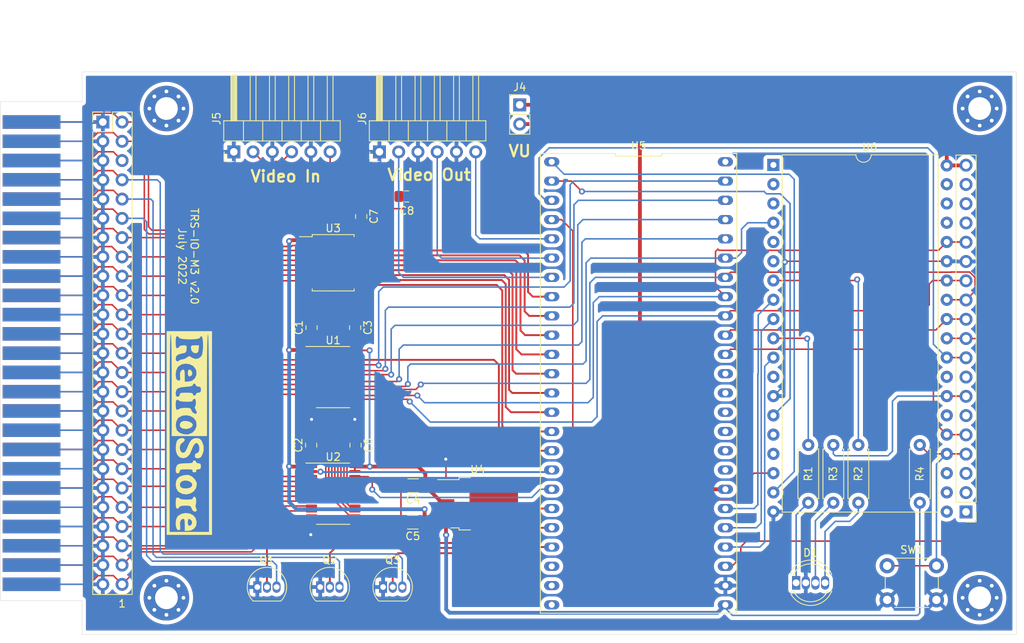
<source format=kicad_pcb>
(kicad_pcb (version 20211014) (generator pcbnew)
  (layers (0 "F.Cu" signal) (31 "B.Cu" signal) (34 "B.Paste" user) (35 "F.Paste" user) (36 "B.SilkS" user "B.Silkscreen") (37 "F.SilkS" user "F.Silkscreen") (38 "B.Mask" user) (39 "F.Mask" user) (44 "Edge.Cuts" user))
  (net 0 "")
  (net 1 "+5V")
  (net 2 "GND")
  (net 3 "+3V3")
  (net 4 "VIDEO_O")
  (net 5 "_IN")
  (net 6 "_OUT")
  (net 7 "_RESET")
  (net 8 "_IOINT")
  (net 9 "_IOWAIT")
  (net 10 "_EXTIOSEL")
  (net 11 "NC")
  (net 12 "_M1")
  (net 13 "_IORQ")
  (net 19 "A2D5")
  (net 20 "D4")
  (net 21 "A0D7")
  (net 22 "D7")
  (net 23 "A1D6")
  (net 24 "D1")
  (net 26 "D6")
  (net 27 "A0")
  (net 28 "D3")
  (net 29 "A1")
  (net 30 "D5")
  (net 31 "D0")
  (net 32 "A4")
  (net 33 "D2")
  (net 35 "A3")
  (net 36 "A5")
  (net 37 "A7")
  (net 38 "A6")
  (net 40 "A2")
  (net 41 "WAIT")
  (net 42 "+1V8")
  (net 43 "VIDEO")
  (net 44 "VSYNC")
  (net 45 "HSYNC")
  (net 46 "VSYNC_O")
  (net 47 "ESP_S0")
  (net 48 "ESP_S1")
  (net 49 "SCK")
  (net 50 "MOSI")
  (net 51 "HSYNC_O")
  (net 52 "EXTIOSEL")
  (net 53 "A3D4")
  (net 54 "A4D3")
  (net 55 "A5D2")
  (net 56 "READ_N")
  (net 57 "MISO")
  (net 58 "A6D1")
  (net 59 "A7D0")
  (net 60 "ABUS_SEL_N")
  (net 61 "_INX")
  (net 62 "_OUTX")
  (net 63 "_RESETX")
  (net 64 "_M1X")
  (net 65 "_IORQX")
  (net 66 "HSYNCX")
  (net 67 "VSYNCX")
  (net 76 "DBUS_SEL_N")
  (net 77 "BUTTON")
  (net 78 "LED_GREEN")
  (net 79 "LED_BLUE")
  (net 80 "LED_RED")
  (net 81 "Net-(D1-Pad4)")
  (net 82 "Net-(D1-Pad3)")
  (net 83 "Net-(D1-Pad1)")
  (net 85 "CS_SD_CARD")
  (net 87 "VU")
  (net 88 "VIDEOX")
  (net 89 "INT")
  (net 90 "DONE")
  (net 92 "CS_FPGA")
  (net 93 "ESP_S2")
  (net 96 "REQ")
  (footprint "MountingHole:MountingHole_3mm_Pad_Via" (layer "F.Cu") (at 124.714 60.96)
    (fp_text reference "H1" hide)
    (fp_text value "MountingHole")
  )
  (footprint "MountingHole:MountingHole_3mm_Pad_Via" (layer "F.Cu") (at 231.95 60.96)
    (fp_text reference "H2" hide)
    (fp_text value "MountingHole")
  )
  (footprint "MountingHole:MountingHole_3mm_Pad_Via" (layer "F.Cu") (at 124.714 125.476)
    (fp_text reference "H3" hide)
    (fp_text value "MountingHole")
  )
  (footprint "MountingHole:MountingHole_3mm_Pad_Via" (layer "F.Cu") (at 231.95 125.476)
    (fp_text reference "H4" hide)
    (fp_text value "MountingHole")
  )
  (footprint "Resistor_THT:R_Axial_DIN0207_L6.3mm_D2.5mm_P7.62mm_Horizontal" (layer "F.Cu") (at 209.35 105.323 -90)
    (fp_text reference "R1")
    (fp_text value "100")
  )
  (footprint "Resistor_THT:R_Axial_DIN0207_L6.3mm_D2.5mm_P7.62mm_Horizontal" (layer "F.Cu") (at 215.954 105.323 -90)
    (fp_text reference "R2")
    (fp_text value "100")
  )
  (footprint "Connector_PinHeader_2.54mm:PinHeader_1x06_P2.54mm_Horizontal" (layer "F.Cu") (at 133.6 66.675 90)
    (fp_text reference "J5")
    (fp_text value "Conn_01x06_Male")
  )
  (footprint "Capacitor_SMD:C_0805_2012Metric_Pad1.18x1.45mm_HandSolder" (layer "F.Cu") (at 149.65 105.35 -90)
    (fp_text reference "C6")
    (fp_text value "0.1uF")
  )
  (footprint "TRS-IO-M1:DIP-48_W22.9mm" (layer "F.Cu") (at 186.97 97.195 -90)
    (fp_text reference "U5")
    (fp_text value "Tango_Nano_9K")
  )
  (footprint "Capacitor_SMD:C_0805_2012Metric_Pad1.18x1.45mm_HandSolder" (layer "F.Cu") (at 143.85 89.85 90)
    (fp_text reference "C1")
    (fp_text value "0.1uF")
  )
  (footprint "Capacitor_SMD:C_0805_2012Metric_Pad1.18x1.45mm_HandSolder" (layer "F.Cu") (at 150.4 75.2 -90)
    (fp_text reference "C7")
    (fp_text value "0.1uF")
  )
  (footprint "Package_TO_SOT_SMD:TO-252-3_TabPin2" (layer "F.Cu") (at 165.775 113.075)
    (fp_text reference "U4")
    (fp_text value "LD1117DT18TR")
  )
  (footprint "Package_SO:TSSOP-24_4.4x7.8mm_P0.65mm" (layer "F.Cu") (at 146.7 111.75)
    (fp_text reference "U2")
    (fp_text value "SN74LVCH8T245")
  )
  (footprint "Capacitor_SMD:C_0805_2012Metric_Pad1.18x1.45mm_HandSolder" (layer "F.Cu") (at 149.6 89.85 -90)
    (fp_text reference "C3")
    (fp_text value "0.1uF")
  )
  (footprint "Package_TO_SOT_THT:TO-92_Inline" (layer "F.Cu") (at 144.99 124.06)
    (fp_text reference "Q2")
    (fp_text value "2N7000")
  )
  (footprint "Capacitor_SMD:C_1206_3216Metric_Pad1.33x1.80mm_HandSolder" (layer "F.Cu") (at 157.25 110.7 180)
    (fp_text reference "C4")
    (fp_text value "10u")
  )
  (footprint "Connector_PinHeader_2.54mm:PinHeader_1x02_P2.54mm_Vertical" (layer "F.Cu") (at 171.3 60.475)
    (fp_text reference "J4")
    (fp_text value "Conn_01x02_Male")
  )
  (footprint "TRS-IO-M1:DIP-38_W22.9mm" (layer "F.Cu") (at 204.75 68.4)
    (fp_text reference "U6")
    (fp_text value "HiLetgo-ESP-32S")
  )
  (footprint "Resistor_THT:R_Axial_DIN0207_L6.3mm_D2.5mm_P7.62mm_Horizontal" (layer "F.Cu") (at 224.054 112.943 90)
    (fp_text reference "R4")
    (fp_text value "4K7")
  )
  (footprint "TRS-IO:EDGE50" (layer "F.Cu") (at 106.934 84.963 -90)
    (fp_text reference "J1" hide)
    (fp_text value "Conn_02x25_Odd_Even")
  )
  (footprint "Package_TO_SOT_THT:TO-92_Inline" (layer "F.Cu") (at 136.7 124.06)
    (fp_text reference "Q1")
    (fp_text value "2N7000")
  )
  (footprint "LOGO" (layer "F.Cu") (at 127.8 103.75 -90)
    (fp_text reference "G1" hide)
    (fp_text value "LOGO" hide)
  )
  (footprint "Connector_PinHeader_2.54mm:PinHeader_1x06_P2.54mm_Horizontal" (layer "F.Cu") (at 152.8 66.675 90)
    (fp_text reference "J6")
    (fp_text value "Conn_01x06_Male")
  )
  (footprint "Resistor_THT:R_Axial_DIN0207_L6.3mm_D2.5mm_P7.62mm_Horizontal" (layer "F.Cu") (at 212.652 105.323 -90)
    (fp_text reference "R3")
    (fp_text value "100")
  )
  (footprint "LED_THT:LED_D5.0mm-4_RGB" (layer "F.Cu") (at 207.75 123.5)
    (fp_text reference "D1")
    (fp_text value "LED_RCBG")
  )
  (footprint "TRS-IO:Pin_Header_Straight_2x25_Pitch2.54mm" (layer "F.Cu") (at 116.327 62.743)
    (fp_text reference "J2" hide)
    (fp_text value "Conn_02x25_Odd_Even")
  )
  (footprint "Capacitor_SMD:C_0805_2012Metric_Pad1.18x1.45mm_HandSolder" (layer "F.Cu") (at 143.8 105.35 90)
    (fp_text reference "C2")
    (fp_text value "0.1uF")
  )
  (footprint "Button_Switch_THT:SW_PUSH_6mm_H9.5mm" (layer "F.Cu") (at 226.25 125.75 180)
    (fp_text reference "SW1")
    (fp_text value "SW_Push")
  )
  (footprint "Package_SO:TSSOP-24_4.4x7.8mm_P0.65mm" (layer "F.Cu") (at 146.7 96.375)
    (fp_text reference "U1")
    (fp_text value "SN74LVCH8T245")
  )
  (footprint "Capacitor_SMD:C_1206_3216Metric_Pad1.33x1.80mm_HandSolder" (layer "F.Cu") (at 157.2 115.5 180)
    (fp_text reference "C5")
    (fp_text value "100u")
  )
  (footprint "Capacitor_SMD:C_0805_2012Metric_Pad1.18x1.45mm_HandSolder" (layer "F.Cu") (at 156.4125 72.55)
    (fp_text reference "C8")
    (fp_text value "100")
  )
  (footprint "Package_SO:SSOP-20_5.3x7.2mm_P0.65mm" (layer "F.Cu") (at 146.7 81.3)
    (fp_text reference "U3")
    (fp_text value "74LVC245")
  )
  (footprint "Connector_PinHeader_2.54mm:PinHeader_1x19_P2.54mm_Vertical" (layer "F.Cu") (at 230.15 114.15 180)
    (fp_text reference "J3" hide)
    (fp_text value "Conn_01x19")
  )
  (footprint "Package_TO_SOT_THT:TO-92_Inline" (layer "F.Cu") (at 153.28 124.06)
    (fp_text reference "Q3")
    (fp_text value "2N7000")
  )
  (gr_line (start 113.5888 130.302) (end 236.776 130.302) (layer "Edge.Cuts") (width 0.05))
  (gr_line (start 102.7938 125.857) (end 102.7938 60.071) (layer "Edge.Cuts") (width 0.05))
  (gr_line (start 113.5889 60.071) (end 113.5889 56.134) (layer "Edge.Cuts") (width 0.05))
  (gr_line (start 236.776 56.134) (end 236.776 130.302) (layer "Edge.Cuts") (width 0.05))
  (gr_line (start 113.589 56.134) (end 236.776 56.134) (layer "Edge.Cuts") (width 0.05))
  (gr_line (start 113.5888 125.857) (end 113.5888 130.302) (layer "Edge.Cuts") (width 0.05))
  (gr_line (start 102.7938 125.857) (end 113.5888 125.857) (layer "Edge.Cuts") (width 0.05))
  (gr_line (start 102.7938 60.071) (end 113.5888 60.071) (layer "Edge.Cuts") (width 0.05))
  (gr_text "Video Out" (at 159.35 69.7) (layer "F.SilkS") (effects (font (size 1.5 1.5) (thickness 0.3))))
  (gr_text "TRS-IO-M3 v2.0\nJuly 2022" (at 127.6 80.45 270) (layer "F.SilkS") (effects (font (size 1 1))))
  (gr_text "Video In" (at 140.45 69.9) (layer "F.SilkS") (effects (font (size 1.5 1.5) (thickness 0.3))))
  (gr_text "1" (at 118.872 126.238) (layer "F.SilkS") (effects (font (size 1 1))))
  (gr_text "VU" (at 171.3 66.571) (layer "F.SilkS") (effects (font (size 1.5 1.5) (thickness 0.3))))
  (segment (start 226.275 60.475) (end 171.3 60.475) (width 0.50038) (layer "F.Cu") (net 1))
  (segment (start 227.61 68.4635) (end 227.61 61.81) (width 0.50038) (layer "F.Cu") (net 1))
  (segment (start 227.61 68.4635) (end 230.1165 68.4635) (width 0.50038) (layer "F.Cu") (net 1))
  (segment (start 227.61 61.81) (end 226.275 60.475) (width 0.50038) (layer "F.Cu") (net 1))
  (segment (start 230.1165 68.4635) (end 230.15 68.43) (width 0.50038) (layer "F.Cu") (net 1))
  (segment (start 206.35 81.1) (end 227.61 81.1) (width 0.2) (layer "F.Cu") (net 2))
  (segment (start 161.575 107.225) (end 161.55 107.2) (width 0.2) (layer "F.Cu") (net 2))
  (segment (start 149.5625 101.9375) (end 149.55 101.95) (width 0.2) (layer "F.Cu") (net 2))
  (segment (start 149.5625 99.95) (end 149.5625 101.9375) (width 0.2) (layer "F.Cu") (net 2))
  (segment (start 143.8 104.3125) (end 143.8 102) (width 0.2) (layer "F.Cu") (net 2))
  (segment (start 150.4 74.1625) (end 155.8375 74.1625) (width 0.2) (layer "F.Cu") (net 2))
  (segment (start 145.425 84.225) (end 143.2 84.225) (width 0.2) (layer "F.Cu") (net 2))
  (segment (start 143.8375 115.325) (end 149.5625 115.325) (width 0.2) (layer "F.Cu") (net 2))
  (segment (start 146.65 79.65) (end 146.65 83) (width 0.2) (layer "F.Cu") (net 2))
  (segment (start 143.8375 99.3) (end 143.8375 99.95) (width 0.2) (layer "F.Cu") (net 2))
  (segment (start 143.8375 101.9375) (end 143.85 101.95) (width 0.2) (layer "F.Cu") (net 2))
  (segment (start 143.2 88.1625) (end 143.85 88.8125) (width 0.2) (layer "F.Cu") (net 2))
  (segment (start 149.65 104.3125) (end 149.65 102.05) (width 0.2) (layer "F.Cu") (net 2))
  (segment (start 143.8375 117.0625) (end 143.75 117.15) (width 0.2) (layer "F.Cu") (net 2))
  (segment (start 206.25 81.2) (end 206.35 81.1) (width 0.2) (layer "F.Cu") (net 2))
  (segment (start 151.725 79.025) (end 152.3 78.45) (width 0.2) (layer "F.Cu") (net 2))
  (segment (start 157.88 72.12) (end 157.88 66.675) (width 0.2) (layer "F.Cu") (net 2))
  (segment (start 143.8 102) (end 143.85 101.95) (width 0.2) (layer "F.Cu") (net 2))
  (segment (start 150.2 79.025) (end 147.275 79.025) (width 0.2) (layer "F.Cu") (net 2))
  (segment (start 149.65 102.05) (end 149.55 101.95) (width 0.2) (layer "F.Cu") (net 2))
  (segment (start 149.6 88.8125) (end 143.85 88.8125) (width 0.2) (layer "F.Cu") (net 2))
  (segment (start 155.6375 115.5) (end 155.6375 110.75) (width 0.2) (layer "F.Cu") (net 2))
  (segment (start 155.8375 74.1625) (end 157.45 72.55) (width 0.2) (layer "F.Cu") (net 2))
  (segment (start 146.65 83) (end 145.425 84.225) (width 0.2) (layer "F.Cu") (net 2))
  (segment (start 161.575 110.795) (end 161.575 107.225) (width 0.2) (layer "F.Cu") (net 2))
  (segment (start 143.8375 114.675) (end 143.8375 115.325) (width 0.2) (layer "F.Cu") (net 2))
  (segment (start 155.6375 115.5) (end 149.7375 115.5) (width 0.2) (layer "F.Cu") (net 2))
  (segment (start 143.8375 115.325) (end 143.8375 117.0625) (width 0.2) (layer "F.Cu") (net 2))
  (segment (start 152.3 74.8) (end 151.6625 74.1625) (width 0.2) (layer "F.Cu") (net 2))
  (segment (start 155.6375 110.75) (end 155.6875 110.7) (width 0.2) (layer "F.Cu") (net 2))
  (segment (start 157.45 72.55) (end 157.88 72.12) (width 0.2) (layer "F.Cu") (net 2))
  (segment (start 152.3 78.45) (end 152.3 74.8) (width 0.2) (layer "F.Cu") (net 2))
  (segment (start 149.7375 115.5) (end 149.5625 115.325) (width 0.2) (layer "F.Cu") (net 2))
  (segment (start 147.275 79.025) (end 146.65 79.65) (width 0.2) (layer "F.Cu") (net 2))
  (segment (start 143.8375 99.95) (end 143.8375 101.9375) (width 0.2) (layer "F.Cu") (net 2))
  (segment (start 143.2 84.225) (end 143.2 88.1625) (width 0.2) (layer "F.Cu") (net 2))
  (segment (start 150.2 79.025) (end 151.725 79.025) (width 0.2) (layer "F.Cu") (net 2))
  (segment (start 151.6625 74.1625) (end 150.4 74.1625) (width 0.2) (layer "F.Cu") (net 2))
  (via (at 149.55 101.95) (size 0.8) (drill 0.4) (layers "F.Cu" "B.Cu") (net 2))
  (via (at 143.75 117.15) (size 0.8) (drill 0.4) (layers "F.Cu" "B.Cu") (net 2))
  (via (at 161.55 107.2) (size 0.8) (drill 0.4) (layers "F.Cu" "B.Cu") (net 2))
  (via (at 206.25 81.2) (size 0.8) (drill 0.4) (layers "F.Cu" "B.Cu") (net 2))
  (via (at 143.85 101.95) (size 0.8) (drill 0.4) (layers "F.Cu" "B.Cu") (net 2))
  (segment (start 116.322 88.138) (end 116.327 88.143) (width 0.2) (layer "B.Cu") (net 2))
  (segment (start 106.934 77.978) (end 116.322 77.978) (width 0.2) (layer "B.Cu") (net 2))
  (segment (start 204.75 98.88) (end 206.25 97.38) (width 0.2) (layer "B.Cu") (net 2))
  (segment (start 106.934 93.218) (end 116.322 93.218) (width 0.2) (layer "B.Cu") (net 2))
  (segment (start 106.934 80.518) (end 116.322 80.518) (width 0.2) (layer "B.Cu") (net 2))
  (segment (start 116.322 98.298) (end 116.327 98.303) (width 0.2) (layer "B.Cu") (net 2))
  (segment (start 106.934 95.758) (end 116.322 95.758) (width 0.2) (layer "B.Cu") (net 2))
  (segment (start 106.934 113.538) (end 116.322 113.538) (width 0.2) (layer "B.Cu") (net 2))
  (segment (start 116.322 123.698) (end 116.327 123.703) (width 0.2) (layer "B.Cu") (net 2))
  (segment (start 116.322 108.458) (end 116.327 108.463) (width 0.2) (layer "B.Cu") (net 2))
  (segment (start 106.934 65.278) (end 116.322 65.278) (width 0.2) (layer "B.Cu") (net 2))
  (segment (start 206.25 97.38) (end 206.25 81.2) (width 0.2) (layer "B.Cu") (net 2))
  (segment (start 106.934 72.898) (end 116.322 72.898) (width 0.2) (layer "B.Cu") (net 2))
  (segment (start 116.322 105.918) (end 116.327 105.923) (width 0.2) (layer "B.Cu") (net 2))
  (segment (start 106.934 98.298) (end 116.322 98.298) (width 0.2) (layer "B.Cu") (net 2))
  (segment (start 106.934 62.738) (end 116.322 62.738) (width 0.2) (layer "B.Cu") (net 2))
  (segment (start 106.934 83.058) (end 116.322 83.058) (width 0.2) (layer "B.Cu") (net 2))
  (segment (start 106.934 75.438) (end 116.322 75.438) (width 0.2) (layer "B.Cu") (net 2))
  (segment (start 106.934 67.818) (end 116.322 67.818) (width 0.2) (layer "B.Cu") (net 2))
  (segment (start 116.322 85.598) (end 116.327 85.603) (width 0.2) (layer "B.Cu") (net 2))
  (segment (start 116.322 118.618) (end 116.327 118.623) (width 0.2) (layer "B.Cu") (net 2))
  (segment (start 116.322 67.818) (end 116.327 67.823) (width 0.2) (layer "B.Cu") (net 2))
  (segment (start 116.322 72.898) (end 116.327 72.903) (width 0.2) (layer "B.Cu") (net 2))
  (segment (start 106.934 108.458) (end 116.322 108.458) (width 0.2) (layer "B.Cu") (net 2))
  (segment (start 116.322 80.518) (end 116.327 80.523) (width 0.2) (layer "B.Cu") (net 2))
  (segment (start 106.934 103.378) (end 116.322 103.378) (width 0.2) (layer "B.Cu") (net 2))
  (segment (start 116.322 83.058) (end 116.327 83.063) (width 0.2) (layer "B.Cu") (net 2))
  (segment (start 106.934 88.138) (end 116.322 88.138) (width 0.2) (layer "B.Cu") (net 2))
  (segment (start 106.934 118.618) (end 116.322 118.618) (width 0.2) (layer "B.Cu") (net 2))
  (segment (start 116.322 121.158) (end 116.327 121.163) (width 0.2) (layer "B.Cu") (net 2))
  (segment (start 116.322 110.998) (end 116.327 111.003) (width 0.2) (layer "B.Cu") (net 2))
  (segment (start 106.934 105.918) (end 116.322 105.918) (width 0.2) (layer "B.Cu") (net 2))
  (segment (start 116.322 65.278) (end 116.327 65.283) (width 0.2) (layer "B.Cu") (net 2))
  (segment (start 116.322 113.538) (end 116.327 113.543) (width 0.2) (layer "B.Cu") (net 2))
  (segment (start 106.934 123.698) (end 116.322 123.698) (width 0.2) (layer "B.Cu") (net 2))
  (segment (start 116.322 116.078) (end 116.327 116.083) (width 0.2) (layer "B.Cu") (net 2))
  (segment (start 116.322 75.438) (end 116.327 75.443) (width 0.2) (layer "B.Cu") (net 2))
  (segment (start 116.322 103.378) (end 116.327 103.383) (width 0.2) (layer "B.Cu") (net 2))
  (segment (start 106.934 100.838) (end 116.322 100.838) (width 0.2) (layer "B.Cu") (net 2))
  (segment (start 116.322 100.838) (end 116.327 100.843) (width 0.2) (layer "B.Cu") (net 2))
  (segment (start 106.934 85.598) (end 116.322 85.598) (width 0.2) (layer "B.Cu") (net 2))
  (segment (start 116.322 90.678) (end 116.327 90.683) (width 0.2) (layer "B.Cu") (net 2))
  (segment (start 106.934 116.078) (end 116.322 116.078) (width 0.2) (layer "B.Cu") (net 2))
  (segment (start 116.322 93.218) (end 116.327 93.223) (width 0.2) (layer "B.Cu") (net 2))
  (segment (start 116.322 70.358) (end 116.327 70.363) (width 0.2) (layer "B.Cu") (net 2))
  (segment (start 106.934 90.678) (end 116.322 90.678) (width 0.2) (layer "B.Cu") (net 2))
  (segment (start 116.322 62.738) (end 116.327 62.743) (width 0.2) (layer "B.Cu") (net 2))
  (segment (start 116.322 95.758) (end 116.327 95.763) (width 0.2) (layer "B.Cu") (net 2))
  (segment (start 116.322 77.978) (end 116.327 77.983) (width 0.2) (layer "B.Cu") (net 2))
  (segment (start 106.934 70.358) (end 116.322 70.358) (width 0.2) (layer "B.Cu") (net 2))
  (segment (start 106.934 110.998) (end 116.322 110.998) (width 0.2) (layer "B.Cu") (net 2))
  (segment (start 106.934 121.158) (end 116.322 121.158) (width 0.2) (layer "B.Cu") (net 2))
  (segment (start 143.8375 92.8) (end 143.8375 93.45) (width 0.50038) (layer "F.Cu") (net 3))
  (segment (start 161.575 117.175) (end 161.6 117.2) (width 0.50038) (layer "F.Cu") (net 3))
  (segment (start 158.9075 115.355) (end 158.7625 115.5) (width 0.50038) (layer "F.Cu") (net 3))
  (segment (start 150.4 78.175) (end 150.25019 78.32481) (width 0.50038) (layer "F.Cu") (net 3))
  (segment (start 150.4 76.2375) (end 150.4 78.175) (width 0.50038) (layer "F.Cu") (net 3))
  (segment (start 143.85 92.7875) (end 143.8375 92.8) (width 0.50038) (layer "F.Cu") (net 3))
  (segment (start 140.9 78.45) (end 141.02519 78.32481) (width 0.50038) (layer "F.Cu") (net 3))
  (segment (start 158.7625 113.8125) (end 158.75 113.8) (width 0.50038) (layer "F.Cu") (net 3))
  (segment (start 161.575 115.355) (end 158.9075 115.355) (width 0.50038) (layer "F.Cu") (net 3))
  (segment (start 140.925 108.175) (end 140.9 108.15) (width 0.50038) (layer "F.Cu") (net 3))
  (segment (start 141.02519 78.32481) (end 143.14981 78.32481) (width 0.50038) (layer "F.Cu") (net 3))
  (segment (start 143.85 90.8875) (end 143.85 92.7875) (width 0.50038) (layer "F.Cu") (net 3))
  (segment (start 143.8 108.1375) (end 143.8375 108.175) (width 0.50038) (layer "F.Cu") (net 3))
  (segment (start 150.2 78.375) (end 143.2 78.375) (width 0.2) (layer "F.Cu") (net 3))
  (segment (start 143.8375 108.175) (end 140.925 108.175) (width 0.50038) (layer "F.Cu") (net 3))
  (segment (start 150.25019 78.32481) (end 150.2 78.32481) (width 0.50038) (layer "F.Cu") (net 3))
  (segment (start 143.8 106.3875) (end 143.8 108.1375) (width 0.50038) (layer "F.Cu") (net 3))
  (segment (start 161.575 115.355) (end 161.575 117.175) (width 0.50038) (layer "F.Cu") (net 3))
  (segment (start 158.7625 115.5) (end 158.7625 113.8125) (width 0.50038) (layer "F.Cu") (net 3))
  (segment (start 143.8375 92.8) (end 140.9 92.8) (width 0.50038) (layer "F.Cu") (net 3))
  (via (at 140.9 78.45) (size 0.8) (drill 0.4) (layers "F.Cu" "B.Cu") (net 3))
  (via (at 140.9 92.8) (size 0.8) (drill 0.4) (layers "F.Cu" "B.Cu") (net 3))
  (via (at 140.9 108.15) (size 0.8) (drill 0.4) (layers "F.Cu" "B.Cu") (net 3))
  (via (at 161.6 117.2) (size 0.8) (drill 0.4) (layers "F.Cu" "B.Cu") (net 3))
  (via (at 158.75 113.8) (size 0.8) (drill 0.4) (layers "F.Cu" "B.Cu") (net 3))
  (segment (start 198.42 126.87) (end 198.42 126.405) (width 0.2) (layer "B.Cu") (net 3))
  (segment (start 197.36981 127.45519) (end 198.42 126.405) (width 0.50038) (layer "B.Cu") (net 3))
  (segment (start 140.9 112.85) (end 140.9 108.15) (width 0.50038) (layer "B.Cu") (net 3))
  (segment (start 162.05519 127.45519) (end 197.36981 127.45519) (width 0.50038) (layer "B.Cu") (net 3))
  (segment (start 223.75 127.8) (end 199.35 127.8) (width 0.2) (layer "B.Cu") (net 3))
  (segment (start 224.054 112.943) (end 224.054 127.496) (width 0.2) (layer "B.Cu") (net 3))
  (segment (start 141.85 113.8) (end 140.9 112.85) (width 0.50038) (layer "B.Cu") (net 3))
  (segment (start 161.6 127) (end 162.05519 127.45519) (width 0.50038) (layer "B.Cu") (net 3))
  (segment (start 161.6 117.2) (end 161.6 127) (width 0.50038) (layer "B.Cu") (net 3))
  (segment (start 224.054 127.496) (end 223.75 127.8) (width 0.2) (layer "B.Cu") (net 3))
  (segment (start 158.75 113.8) (end 141.85 113.8) (width 0.50038) (layer "B.Cu") (net 3))
  (segment (start 199.35 127.8) (end 198.42 126.87) (width 0.2) (layer "B.Cu") (net 3))
  (segment (start 140.9 92.8) (end 140.9 78.45) (width 0.50038) (layer "B.Cu") (net 3))
  (segment (start 140.9 108.15) (end 140.9 92.8) (width 0.50038) (layer "B.Cu") (net 3))
  (segment (start 155.34 72.515) (end 155.34 66.675) (width 0.2) (layer "F.Cu") (net 4))
  (segment (start 155.375 72.55) (end 155.34 72.515) (width 0.2) (layer "F.Cu") (net 4))
  (segment (start 155.975 83.225) (end 175.52 83.225) (width 0.2) (layer "B.Cu") (net 4))
  (segment (start 155.34 66.675) (end 155.34 82.59) (width 0.2) (layer "B.Cu") (net 4))
  (segment (start 155.34 82.59) (end 155.975 83.225) (width 0.2) (layer "B.Cu") (net 4))
  (segment (start 117.637367 81.833367) (end 118.867 83.063) (width 0.2) (layer "F.Cu") (net 5))
  (segment (start 134.963 83.063) (end 135.575 83.675) (width 0.2) (layer "F.Cu") (net 5))
  (segment (start 106.934 83.058) (end 114.558 83.058) (width 0.2) (layer "F.Cu") (net 5))
  (segment (start 114.558 83.058) (end 115.782633 81.833367) (width 0.2) (layer "F.Cu") (net 5))
  (segment (start 118.867 83.063) (end 134.963 83.063) (width 0.2) (layer "F.Cu") (net 5))
  (segment (start 135.575 83.675) (end 142.925 83.675) (width 0.2) (layer "F.Cu") (net 5))
  (segment (start 115.782633 81.833367) (end 117.637367 81.833367) (width 0.2) (layer "F.Cu") (net 5))
  (segment (start 136.125 82.925) (end 143.2 82.925) (width 0.2) (layer "F.Cu") (net 6))
  (segment (start 106.934 80.518) (end 114.532 80.518) (width 0.2) (layer "F.Cu") (net 6))
  (segment (start 117.507367 79.163367) (end 118.867 80.523) (width 0.2) (layer "F.Cu") (net 6))
  (segment (start 118.867 80.523) (end 134.973 80.523) (width 0.2) (layer "F.Cu") (net 6))
  (segment (start 114.532 80.518) (end 115.886633 79.163367) (width 0.2) (layer "F.Cu") (net 6))
  (segment (start 134.973 80.523) (end 135.5 81.05) (width 0.2) (layer "F.Cu") (net 6))
  (segment (start 135.5 81.05) (end 135.5 82.3) (width 0.2) (layer "F.Cu") (net 6))
  (segment (start 135.5 82.3) (end 136.125 82.925) (width 0.2) (layer "F.Cu") (net 6))
  (segment (start 115.886633 79.163367) (end 117.507367 79.163367) (width 0.2) (layer "F.Cu") (net 6))
  (segment (start 114.522 77.978) (end 115.706633 76.793367) (width 0.2) (layer "F.Cu") (net 7))
  (segment (start 136.525 82.275) (end 143.2 82.275) (width 0.2) (layer "F.Cu") (net 7))
  (segment (start 117.677367 76.793367) (end 118.867 77.983) (width 0.2) (layer "F.Cu") (net 7))
  (segment (start 118.867 77.983) (end 135.333 77.983) (width 0.2) (layer "F.Cu") (net 7))
  (segment (start 135.9 81.65) (end 136.525 82.275) (width 0.2) (layer "F.Cu") (net 7))
  (segment (start 115.706633 76.793367) (end 117.677367 76.793367) (width 0.2) (layer "F.Cu") (net 7))
  (segment (start 135.333 77.983) (end 135.9 78.55) (width 0.2) (layer "F.Cu") (net 7))
  (segment (start 135.9 78.55) (end 135.9 81.65) (width 0.2) (layer "F.Cu") (net 7))
  (segment (start 106.934 77.978) (end 114.522 77.978) (width 0.2) (layer "F.Cu") (net 7))
  (segment (start 114.512 75.438) (end 115.726633 74.223367) (width 0.2) (layer "F.Cu") (net 8))
  (segment (start 106.934 75.438) (end 114.512 75.438) (width 0.2) (layer "F.Cu") (net 8))
  (segment (start 115.726633 74.223367) (end 117.647367 74.223367) (width 0.2) (layer "F.Cu") (net 8))
  (segment (start 117.647367 74.223367) (end 118.867 75.443) (width 0.2) (layer "F.Cu") (net 8))
  (segment (start 122.1 119.9) (end 122.85 120.65) (width 0.2) (layer "B.Cu") (net 8))
  (segment (start 118.867 75.443) (end 121.643 75.443) (width 0.2) (layer "B.Cu") (net 8))
  (segment (start 139.24 121.19) (end 139.24 124.06) (width 0.2) (layer "B.Cu") (net 8))
  (segment (start 122.1 75.9) (end 122.1 119.9) (width 0.2) (layer "B.Cu") (net 8))
  (segment (start 121.643 75.443) (end 122.1 75.9) (width 0.2) (layer "B.Cu") (net 8))
  (segment (start 122.85 120.65) (end 138.7 120.65) (width 0.2) (layer "B.Cu") (net 8))
  (segment (start 138.7 120.65) (end 139.24 121.19) (width 0.2) (layer "B.Cu") (net 8))
  (segment (start 114.598 72.898) (end 115.743 71.753) (width 0.2) (layer "F.Cu") (net 9))
  (segment (start 115.743 71.753) (end 117.717 71.753) (width 0.2) (layer "F.Cu") (net 9))
  (segment (start 106.934 72.898) (end 114.598 72.898) (width 0.2) (layer "F.Cu") (net 9))
  (segment (start 117.717 71.753) (end 118.867 72.903) (width 0.2) (layer "F.Cu") (net 9))
  (segment (start 147.53 120.68) (end 147.53 124.06) (width 0.2) (layer "B.Cu") (net 9))
  (segment (start 118.867 72.903) (end 122.653 72.903) (width 0.2) (layer "B.Cu") (net 9))
  (segment (start 123.4 120.15) (end 147 120.15) (width 0.2) (layer "B.Cu") (net 9))
  (segment (start 147 120.15) (end 147.53 120.68) (width 0.2) (layer "B.Cu") (net 9))
  (segment (start 122.653 72.903) (end 122.95 73.2) (width 0.2) (layer "B.Cu") (net 9))
  (segment (start 122.95 119.7) (end 123.4 120.15) (width 0.2) (layer "B.Cu") (net 9))
  (segment (start 122.95 73.2) (end 122.95 119.7) (width 0.2) (layer "B.Cu") (net 9))
  (segment (start 106.934 70.358) (end 114.492 70.358) (width 0.2) (layer "F.Cu") (net 10))
  (segment (start 114.492 70.358) (end 115.7 69.15) (width 0.2) (layer "F.Cu") (net 10))
  (segment (start 115.7 69.15) (end 117.654 69.15) (width 0.2) (layer "F.Cu") (net 10))
  (segment (start 117.654 69.15) (end 118.867 70.363) (width 0.2) (layer "F.Cu") (net 10))
  (segment (start 155.82 120.32) (end 155.82 124.06) (width 0.2) (layer "B.Cu") (net 10))
  (segment (start 118.867 70.363) (end 123.513 70.363) (width 0.2) (layer "B.Cu") (net 10))
  (segment (start 123.513 70.363) (end 123.9 70.75) (width 0.2) (layer "B.Cu") (net 10))
  (segment (start 123.9 119.3) (end 124.3 119.7) (width 0.2) (layer "B.Cu") (net 10))
  (segment (start 124.3 119.7) (end 155.2 119.7) (width 0.2) (layer "B.Cu") (net 10))
  (segment (start 123.9 70.75) (end 123.9 119.3) (width 0.2) (layer "B.Cu") (net 10))
  (segment (start 155.2 119.7) (end 155.82 120.32) (width 0.2) (layer "B.Cu") (net 10))
  (segment (start 117.707367 66.663367) (end 118.867 67.823) (width 0.2) (layer "F.Cu") (net 11))
  (segment (start 115.736633 66.663367) (end 117.707367 66.663367) (width 0.2) (layer "F.Cu") (net 11))
  (segment (start 114.582 67.818) (end 115.736633 66.663367) (width 0.2) (layer "F.Cu") (net 11))
  (segment (start 106.934 67.818) (end 114.582 67.818) (width 0.2) (layer "F.Cu") (net 11))
  (segment (start 114.522 65.278) (end 115.667 64.133) (width 0.2) (layer "F.Cu") (net 12))
  (segment (start 118.867 65.283) (end 121.133 65.283) (width 0.2) (layer "F.Cu") (net 12))
  (segment (start 121.8 76.9) (end 122.4 77.5) (width 0.2) (layer "F.Cu") (net 12))
  (segment (start 122.4 77.5) (end 135.65 77.5) (width 0.2) (layer "F.Cu") (net 12))
  (segment (start 136.45 78.3) (end 136.45 81.1) (width 0.2) (layer "F.Cu") (net 12))
  (segment (start 115.667 64.133) (end 117.717 64.133) (width 0.2) (layer "F.Cu") (net 12))
  (segment (start 117.717 64.133) (end 118.867 65.283) (width 0.2) (layer "F.Cu") (net 12))
  (segment (start 106.934 65.278) (end 114.522 65.278) (width 0.2) (layer "F.Cu") (net 12))
  (segment (start 136.45 81.1) (end 136.975 81.625) (width 0.2) (layer "F.Cu") (net 12))
  (segment (start 136.975 81.625) (end 143.2 81.625) (width 0.2) (layer "F.Cu") (net 12))
  (segment (start 135.65 77.5) (end 136.45 78.3) (width 0.2) (layer "F.Cu") (net 12))
  (segment (start 121.8 65.95) (end 121.8 76.9) (width 0.2) (layer "F.Cu") (net 12))
  (segment (start 121.133 65.283) (end 121.8 65.95) (width 0.2) (layer "F.Cu") (net 12))
  (segment (start 122.35 64.6) (end 122.35 76.55) (width 0.2) (layer "F.Cu") (net 13))
  (segment (start 122.35 76.55) (end 122.8 77) (width 0.2) (layer "F.Cu") (net 13))
  (segment (start 114.488 62.282) (end 115.177 61.593) (width 0.2) (layer "F.Cu") (net 13))
  (segment (start 137.05 78.1) (end 137.05 80.5) (width 0.2) (layer "F.Cu") (net 13))
  (segment (start 135.95 77) (end 137.05 78.1) (width 0.2) (layer "F.Cu") (net 13))
  (segment (start 115.177 61.593) (end 117.717 61.593) (width 0.2) (layer "F.Cu") (net 13))
  (segment (start 137.05 80.5) (end 137.525 80.975) (width 0.2) (layer "F.Cu") (net 13))
  (segment (start 118.867 62.743) (end 120.493 62.743) (width 0.2) (layer "F.Cu") (net 13))
  (segment (start 137.525 80.975) (end 143.2 80.975) (width 0.2) (layer "F.Cu") (net 13))
  (segment (start 120.493 62.743) (end 122.35 64.6) (width 0.2) (layer "F.Cu") (net 13))
  (segment (start 122.8 77) (end 135.95 77) (width 0.2) (layer "F.Cu") (net 13))
  (segment (start 114.488 62.738) (end 114.488 62.282) (width 0.2) (layer "F.Cu") (net 13))
  (segment (start 117.717 61.593) (end 118.867 62.743) (width 0.2) (layer "F.Cu") (net 13))
  (segment (start 106.934 62.738) (end 114.488 62.738) (width 0.2) (layer "F.Cu") (net 13))
  (segment (start 199.105 82.54) (end 228.2 82.54) (width 0.2) (layer "F.Cu") (net 19))
  (segment (start 147.725 110.325) (end 148.825 111.425) (width 0.2) (layer "F.Cu") (net 19))
  (segment (start 228.22 82.52) (end 230.626346 82.52) (width 0.2) (layer "F.Cu") (net 19))
  (segment (start 231.35 85.01) (end 230.15 86.21) (width 0.2) (layer "F.Cu") (net 19))
  (segment (start 230.626346 82.52) (end 231.35 83.243654) (width 0.2) (layer "F.Cu") (net 19))
  (segment (start 231.35 83.243654) (end 231.35 85.01) (width 0.2) (layer "F.Cu") (net 19))
  (segment (start 230.12 86.18) (end 230.15 86.21) (width 0.2) (layer "F.Cu") (net 19))
  (segment (start 149.5625 98) (end 148.909315 98) (width 0.2) (layer "F.Cu") (net 19))
  (segment (start 158.25 97.35) (end 157.6 98) (width 0.2) (layer "F.Cu") (net 19))
  (segment (start 227.61 86.18) (end 230.12 86.18) (width 0.2) (layer "F.Cu") (net 19))
  (segment (start 148.909315 98) (end 147.725 99.184315) (width 0.2) (layer "F.Cu") (net 19))
  (segment (start 198.42 83.225) (end 199.105 82.54) (width 0.2) (layer "F.Cu") (net 19))
  (segment (start 147.725 99.184315) (end 147.725 110.325) (width 0.2) (layer "F.Cu") (net 19))
  (segment (start 148.825 111.425) (end 149.5625 111.425) (width 0.2) (layer "F.Cu") (net 19))
  (segment (start 228.2 82.54) (end 228.22 82.52) (width 0.2) (layer "F.Cu") (net 19))
  (segment (start 157.6 98) (end 149.5625 98) (width 0.2) (layer "F.Cu") (net 19))
  (via (at 158.25 97.35) (size 0.8) (drill 0.4) (layers "F.Cu" "B.Cu") (net 19))
  (segment (start 180.05 97.2) (end 158.4 97.2) (width 0.2) (layer "B.Cu") (net 19))
  (segment (start 180.55 83.95) (end 180.55 96.7) (width 0.2) (layer "B.Cu") (net 19))
  (segment (start 181.275 83.225) (end 180.55 83.95) (width 0.2) (layer "B.Cu") (net 19))
  (segment (start 180.55 96.7) (end 180.05 97.2) (width 0.2) (layer "B.Cu") (net 19))
  (segment (start 198.42 83.225) (end 181.275 83.225) (width 0.2) (layer "B.Cu") (net 19))
  (segment (start 158.4 97.2) (end 158.25 97.35) (width 0.2) (layer "B.Cu") (net 19))
  (segment (start 114.462 113.538) (end 115.847 112.153) (width 0.2) (layer "F.Cu") (net 20))
  (segment (start 117.477 112.153) (end 118.867 113.543) (width 0.2) (layer "F.Cu") (net 20))
  (segment (start 115.847 112.153) (end 117.477 112.153) (width 0.2) (layer "F.Cu") (net 20))
  (segment (start 143.8375 111.425) (end 135.025 111.425) (width 0.2) (layer "F.Cu") (net 20))
  (segment (start 132.907 113.543) (end 118.867 113.543) (width 0.2) (layer "F.Cu") (net 20))
  (segment (start 106.934 113.538) (end 114.462 113.538) (width 0.2) (layer "F.Cu") (net 20))
  (segment (start 135.025 111.425) (end 132.907 113.543) (width 0.2) (layer "F.Cu") (net 20))
  (segment (start 148.525 109.875) (end 148.775 110.125) (width 0.2) (layer "F.Cu") (net 21))
  (segment (start 224.53 87.62) (end 225.3 86.85) (width 0.2) (layer "F.Cu") (net 21))
  (segment (start 230.12 83.64) (end 230.15 83.67) (width 0.2) (layer "F.Cu") (net 21))
  (segment (start 199.105 87.62) (end 224.53 87.62) (width 0.2) (layer "F.Cu") (net 21))
  (segment (start 149.5625 99.3) (end 148.75 99.3) (width 0.2) (layer "F.Cu") (net 21))
  (segment (start 225.3 86.85) (end 225.3 84.1) (width 0.2) (layer "F.Cu") (net 21))
  (segment (start 148.75 99.3) (end 148.525 99.525) (width 0.2) (layer "F.Cu") (net 21))
  (segment (start 156.5 99.3) (end 149.5625 99.3) (width 0.2) (layer "F.Cu") (net 21))
  (segment (start 227.61 83.64) (end 230.12 83.64) (width 0.2) (layer "F.Cu") (net 21))
  (segment (start 148.775 110.125) (end 149.5625 110.125) (width 0.2) (layer "F.Cu") (net 21))
  (segment (start 148.525 99.525) (end 148.525 109.875) (width 0.2) (layer "F.Cu") (net 21))
  (segment (start 225.76 83.64) (end 227.61 83.64) (width 0.2) (layer "F.Cu") (net 21))
  (segment (start 198.42 88.305) (end 199.105 87.62) (width 0.2) (layer "F.Cu") (net 21))
  (segment (start 156.8 99.6) (end 156.5 99.3) (width 0.2) (layer "F.Cu") (net 21))
  (segment (start 225.3 84.1) (end 225.76 83.64) (width 0.2) (layer "F.Cu") (net 21))
  (via (at 156.8 99.6) (size 0.8) (drill 0.4) (layers "F.Cu" "B.Cu") (net 21))
  (segment (start 181.5 89.0375) (end 181.5 101.6) (width 0.2) (layer "B.Cu") (net 21))
  (segment (start 180.8 102.3) (end 159.5 102.3) (width 0.2) (layer "B.Cu") (net 21))
  (segment (start 159.5 102.3) (end 156.8 99.6) (width 0.2) (layer "B.Cu") (net 21))
  (segment (start 198.42 88.305) (end 182.2325 88.305) (width 0.2) (layer "B.Cu") (net 21))
  (segment (start 181.5 101.6) (end 180.8 102.3) (width 0.2) (layer "B.Cu") (net 21))
  (segment (start 182.2325 88.305) (end 181.5 89.0375) (width 0.2) (layer "B.Cu") (net 21))
  (segment (start 117.68 104.736) (end 118.867 105.923) (width 0.2) (layer "F.Cu") (net 22))
  (segment (start 134.6 109) (end 134.6 106.5) (width 0.2) (layer "F.Cu") (net 22))
  (segment (start 143.8375 109.475) (end 135.075 109.475) (width 0.2) (layer "F.Cu") (net 22))
  (segment (start 106.934 105.918) (end 114.568 105.918) (width 0.2) (layer "F.Cu") (net 22))
  (segment (start 115.75 104.736) (end 117.68 104.736) (width 0.2) (layer "F.Cu") (net 22))
  (segment (start 114.568 105.918) (end 115.75 104.736) (width 0.2) (layer "F.Cu") (net 22))
  (segment (start 134.023 105.923) (end 118.867 105.923) (width 0.2) (layer "F.Cu") (net 22))
  (segment (start 135.075 109.475) (end 134.6 109) (width 0.2) (layer "F.Cu") (net 22))
  (segment (start 134.6 106.5) (end 134.023 105.923) (width 0.2) (layer "F.Cu") (net 22))
  (segment (start 148.125 110.040686) (end 148.859314 110.775) (width 0.2) (layer "F.Cu") (net 23))
  (segment (start 197.12 84.465) (end 197.12 79.807109) (width 0.2) (layer "F.Cu") (net 23))
  (segment (start 197.427109 79.5) (end 197.587109 79.66) (width 0.2) (layer "F.Cu") (net 23))
  (segment (start 148.834315 98.65) (end 148.125 99.359315) (width 0.2) (layer "F.Cu") (net 23))
  (segment (start 148.125 99.359315) (end 148.125 110.040686) (width 0.2) (layer "F.Cu") (net 23))
  (segment (start 148.859314 110.775) (end 149.5625 110.775) (width 0.2) (layer "F.Cu") (net 23))
  (segment (start 149.5625 98.65) (end 148.834315 98.65) (width 0.2) (layer "F.Cu") (net 23))
  (segment (start 198.42 85.765) (end 197.12 84.465) (width 0.2) (layer "F.Cu") (net 23))
  (segment (start 227.61 78.56) (end 230.12 78.56) (width 0.2) (layer "F.Cu") (net 23))
  (segment (start 149.7125 98.8) (end 149.5625 98.65) (width 0.2) (layer "F.Cu") (net 23))
  (segment (start 197.12 79.807109) (end 197.427109 79.5) (width 0.2) (layer "F.Cu") (net 23))
  (segment (start 226.51 79.66) (end 227.61 78.56) (width 0.2) (layer "F.Cu") (net 23))
  (segment (start 197.587109 79.66) (end 226.51 79.66) (width 0.2) (layer "F.Cu") (net 23))
  (segment (start 230.12 78.56) (end 230.15 78.59) (width 0.2) (layer "F.Cu") (net 23))
  (segment (start 157.8 98.8) (end 149.7125 98.8) (width 0.2) (layer "F.Cu") (net 23))
  (via (at 157.8 98.8) (size 0.8) (drill 0.4) (layers "F.Cu" "B.Cu") (net 23))
  (segment (start 158.75 99.75) (end 157.8 98.8) (width 0.2) (layer "B.Cu") (net 23))
  (segment (start 181.785 85.765) (end 181 86.55) (width 0.2) (layer "B.Cu") (net 23))
  (segment (start 180.3 99.75) (end 158.75 99.75) (width 0.2) (layer "B.Cu") (net 23))
  (segment (start 198.42 85.765) (end 181.785 85.765) (width 0.2) (layer "B.Cu") (net 23))
  (segment (start 181 99.05) (end 180.3 99.75) (width 0.2) (layer "B.Cu") (net 23))
  (segment (start 181 86.55) (end 181 99.05) (width 0.2) (layer "B.Cu") (net 23))
  (segment (start 106.934 121.158) (end 114.592 121.158) (width 0.2) (layer "F.Cu") (net 24))
  (segment (start 143.8375 113.375) (end 136.525 113.375) (width 0.2) (layer "F.Cu") (net 24))
  (segment (start 136.1 118.3) (end 135.377 119.023) (width 0.2) (layer "F.Cu") (net 24))
  (segment (start 136.1 113.8) (end 136.1 118.3) (width 0.2) (layer "F.Cu") (net 24))
  (segment (start 115.737 120.013) (end 117.717 120.013) (width 0.2) (layer "F.Cu") (net 24))
  (segment (start 117.717 120.013) (end 118.867 121.163) (width 0.2) (layer "F.Cu") (net 24))
  (segment (start 135.377 119.023) (end 121.007 119.023) (width 0.2) (layer "F.Cu") (net 24))
  (segment (start 121.007 119.023) (end 118.867 121.163) (width 0.2) (layer "F.Cu") (net 24))
  (segment (start 136.525 113.375) (end 136.1 113.8) (width 0.2) (layer "F.Cu") (net 24))
  (segment (start 114.592 121.158) (end 115.737 120.013) (width 0.2) (layer "F.Cu") (net 24))
  (segment (start 143.8375 110.125) (end 134.675 110.125) (width 0.2) (layer "F.Cu") (net 26))
  (segment (start 117.717 107.313) (end 118.867 108.463) (width 0.2) (layer "F.Cu") (net 26))
  (segment (start 133.013 108.463) (end 118.867 108.463) (width 0.2) (layer "F.Cu") (net 26))
  (segment (start 106.934 108.458) (end 114.542 108.458) (width 0.2) (layer "F.Cu") (net 26))
  (segment (start 115.687 107.313) (end 117.717 107.313) (width 0.2) (layer "F.Cu") (net 26))
  (segment (start 114.542 108.458) (end 115.687 107.313) (width 0.2) (layer "F.Cu") (net 26))
  (segment (start 134.675 110.125) (end 133.013 108.463) (width 0.2) (layer "F.Cu") (net 26))
  (segment (start 134.15 99.1) (end 134.15 102.75) (width 0.2) (layer "F.Cu") (net 27))
  (segment (start 143.8375 98.65) (end 134.6 98.65) (width 0.2) (layer "F.Cu") (net 27))
  (segment (start 134.15 102.75) (end 133.517 103.383) (width 0.2) (layer "F.Cu") (net 27))
  (segment (start 133.517 103.383) (end 118.867 103.383) (width 0.2) (layer "F.Cu") (net 27))
  (segment (start 134.6 98.65) (end 134.15 99.1) (width 0.2) (layer "F.Cu") (net 27))
  (segment (start 114.522 103.378) (end 115.850654 102.049346) (width 0.2) (layer "F.Cu") (net 27))
  (segment (start 115.850654 102.049346) (end 117.533346 102.049346) (width 0.2) (layer "F.Cu") (net 27))
  (segment (start 106.934 103.378) (end 114.522 103.378) (width 0.2) (layer "F.Cu") (net 27))
  (segment (start 117.533346 102.049346) (end 118.867 103.383) (width 0.2) (layer "F.Cu") (net 27))
  (segment (start 114.528 116.078) (end 115.673 114.933) (width 0.2) (layer "F.Cu") (net 28))
  (segment (start 134.95 115.45) (end 134.317 116.083) (width 0.2) (layer "F.Cu") (net 28))
  (segment (start 117.717 114.933) (end 118.867 116.083) (width 0.2) (layer "F.Cu") (net 28))
  (segment (start 143.8375 112.075) (end 135.325 112.075) (width 0.2) (layer "F.Cu") (net 28))
  (segment (start 134.317 116.083) (end 118.867 116.083) (width 0.2) (layer "F.Cu") (net 28))
  (segment (start 134.95 112.45) (end 134.95 115.45) (width 0.2) (layer "F.Cu") (net 28))
  (segment (start 106.934 116.078) (end 114.528 116.078) (width 0.2) (layer "F.Cu") (net 28))
  (segment (start 135.325 112.075) (end 134.95 112.45) (width 0.2) (layer "F.Cu") (net 28))
  (segment (start 115.673 114.933) (end 117.717 114.933) (width 0.2) (layer "F.Cu") (net 28))
  (segment (start 106.934 100.838) (end 114.462 100.838) (width 0.2) (layer "F.Cu") (net 29))
  (segment (start 134.15 98) (end 133.7 98.45) (width 0.2) (layer "F.Cu") (net 29))
  (segment (start 117.672367 99.648367) (end 118.867 100.843) (width 0.2) (layer "F.Cu") (net 29))
  (segment (start 114.462 100.838) (end 115.651633 99.648367) (width 0.2) (layer "F.Cu") (net 29))
  (segment (start 115.651633 99.648367) (end 117.672367 99.648367) (width 0.2) (layer "F.Cu") (net 29))
  (segment (start 143.8375 98) (end 134.15 98) (width 0.2) (layer "F.Cu") (net 29))
  (segment (start 133.107 100.843) (end 118.867 100.843) (width 0.2) (layer "F.Cu") (net 29))
  (segment (start 133.7 98.45) (end 133.7 100.25) (width 0.2) (layer "F.Cu") (net 29))
  (segment (start 133.7 100.25) (end 133.107 100.843) (width 0.2) (layer "F.Cu") (net 29))
  (segment (start 115.693 109.853) (end 117.717 109.853) (width 0.2) (layer "F.Cu") (net 30))
  (segment (start 143.8375 110.775) (end 119.095 110.775) (width 0.2) (layer "F.Cu") (net 30))
  (segment (start 114.548 110.998) (end 115.693 109.853) (width 0.2) (layer "F.Cu") (net 30))
  (segment (start 106.934 110.998) (end 114.548 110.998) (width 0.2) (layer "F.Cu") (net 30))
  (segment (start 119.095 110.775) (end 118.867 111.003) (width 0.2) (layer "F.Cu") (net 30))
  (segment (start 117.717 109.853) (end 118.867 111.003) (width 0.2) (layer "F.Cu") (net 30))
  (segment (start 121.277 119.423) (end 135.927 119.423) (width 0.2) (layer "F.Cu") (net 31))
  (segment (start 136.55 118.8) (end 136.55 114.65) (width 0.2) (layer "F.Cu") (net 31))
  (segment (start 106.934 123.698) (end 114.548 123.698) (width 0.2) (layer "F.Cu") (net 31))
  (segment (start 120.65 120.05) (end 121.277 119.423) (width 0.2) (layer "F.Cu") (net 31))
  (segment (start 120.65 121.92) (end 120.65 120.05) (width 0.2) (layer "F.Cu") (net 31))
  (segment (start 117.717 122.553) (end 118.867 123.703) (width 0.2) (layer "F.Cu") (net 31))
  (segment (start 136.55 114.65) (end 137.175 114.025) (width 0.2) (layer "F.Cu") (net 31))
  (segment (start 118.867 123.703) (end 120.65 121.92) (width 0.2) (layer "F.Cu") (net 31))
  (segment (start 114.548 123.698) (end 115.693 122.553) (width 0.2) (layer "F.Cu") (net 31))
  (segment (start 137.175 114.025) (end 143.8375 114.025) (width 0.2) (layer "F.Cu") (net 31))
  (segment (start 135.927 119.423) (end 136.55 118.8) (width 0.2) (layer "F.Cu") (net 31))
  (segment (start 115.693 122.553) (end 117.717 122.553) (width 0.2) (layer "F.Cu") (net 31))
  (segment (start 134.35 96.05) (end 134 95.7) (width 0.2) (layer "F.Cu") (net 32))
  (segment (start 133.373 93.223) (end 118.867 93.223) (width 0.2) (layer "F.Cu") (net 32))
  (segment (start 134 95.7) (end 134 93.85) (width 0.2) (layer "F.Cu") (net 32))
  (segment (start 134 93.85) (end 133.373 93.223) (width 0.2) (layer "F.Cu") (net 32))
  (segment (start 117.632367 91.988367) (end 118.867 93.223) (width 0.2) (layer "F.Cu") (net 32))
  (segment (start 114.432 93.218) (end 115.661633 91.988367) (width 0.2) (layer "F.Cu") (net 32))
  (segment (start 115.661633 91.988367) (end 117.632367 91.988367) (width 0.2) (layer "F.Cu") (net 32))
  (segment (start 143.8375 96.05) (end 134.35 96.05) (width 0.2) (layer "F.Cu") (net 32))
  (segment (start 106.934 93.218) (end 114.432 93.218) (width 0.2) (layer "F.Cu") (net 32))
  (segment (start 135.55 113) (end 135.55 117.95) (width 0.2) (layer "F.Cu") (net 33))
  (segment (start 115.613 117.473) (end 117.717 117.473) (width 0.2) (layer "F.Cu") (net 33))
  (segment (start 114.468 118.618) (end 115.613 117.473) (width 0.2) (layer "F.Cu") (net 33))
  (segment (start 106.934 118.618) (end 114.468 118.618) (width 0.2) (layer "F.Cu") (net 33))
  (segment (start 134.877 118.623) (end 118.867 118.623) (width 0.2) (layer "F.Cu") (net 33))
  (segment (start 135.55 117.95) (end 134.877 118.623) (width 0.2) (layer "F.Cu") (net 33))
  (segment (start 135.825 112.725) (end 135.55 113) (width 0.2) (layer "F.Cu") (net 33))
  (segment (start 143.8375 112.725) (end 135.825 112.725) (width 0.2) (layer "F.Cu") (net 33))
  (segment (start 117.717 117.473) (end 118.867 118.623) (width 0.2) (layer "F.Cu") (net 33))
  (segment (start 115.877 94.373) (end 117.477 94.373) (width 0.2) (layer "F.Cu") (net 35))
  (segment (start 133.9 96.7) (end 132.963 95.763) (width 0.2) (layer "F.Cu") (net 35))
  (segment (start 132.963 95.763) (end 118.867 95.763) (width 0.2) (layer "F.Cu") (net 35))
  (segment (start 114.492 95.758) (end 115.877 94.373) (width 0.2) (layer "F.Cu") (net 35))
  (segment (start 117.477 94.373) (end 118.867 95.763) (width 0.2) (layer "F.Cu") (net 35))
  (segment (start 143.8375 96.7) (end 133.9 96.7) (width 0.2) (layer "F.Cu") (net 35))
  (segment (start 106.934 95.758) (end 114.492 95.758) (width 0.2) (layer "F.Cu") (net 35))
  (segment (start 117.584 89.4) (end 118.867 90.683) (width 0.2) (layer "F.Cu") (net 36))
  (segment (start 106.934 90.678) (end 114.522 90.678) (width 0.2) (layer "F.Cu") (net 36))
  (segment (start 134.5 91.25) (end 133.933 90.683) (width 0.2) (layer "F.Cu") (net 36))
  (segment (start 143.8375 95.4) (end 135.05 95.4) (width 0.2) (layer "F.Cu") (net 36))
  (segment (start 115.8 89.4) (end 117.584 89.4) (width 0.2) (layer "F.Cu") (net 36))
  (segment (start 135.05 95.4) (end 134.5 94.85) (width 0.2) (layer "F.Cu") (net 36))
  (segment (start 134.5 94.85) (end 134.5 91.25) (width 0.2) (layer "F.Cu") (net 36))
  (segment (start 133.933 90.683) (end 118.867 90.683) (width 0.2) (layer "F.Cu") (net 36))
  (segment (start 114.522 90.678) (end 115.8 89.4) (width 0.2) (layer "F.Cu") (net 36))
  (segment (start 117.717 84.453) (end 118.867 85.603) (width 0.2) (layer "F.Cu") (net 37))
  (segment (start 135.55 93.55) (end 135.55 86.25) (width 0.2) (layer "F.Cu") (net 37))
  (segment (start 106.934 85.598) (end 114.548 85.598) (width 0.2) (layer "F.Cu") (net 37))
  (segment (start 143.8375 94.1) (end 136.1 94.1) (width 0.2) (layer "F.Cu") (net 37))
  (segment (start 115.693 84.453) (end 117.717 84.453) (width 0.2) (layer "F.Cu") (net 37))
  (segment (start 134.903 85.603) (end 118.867 85.603) (width 0.2) (layer "F.Cu") (net 37))
  (segment (start 135.55 86.25) (end 134.903 85.603) (width 0.2) (layer "F.Cu") (net 37))
  (segment (start 136.1 94.1) (end 135.55 93.55) (width 0.2) (layer "F.Cu") (net 37))
  (segment (start 114.548 85.598) (end 115.693 84.453) (width 0.2) (layer "F.Cu") (net 37))
  (segment (start 115.776633 86.823367) (end 117.547367 86.823367) (width 0.2) (layer "F.Cu") (net 38))
  (segment (start 117.547367 86.823367) (end 118.867 88.143) (width 0.2) (layer "F.Cu") (net 38))
  (segment (start 106.934 88.138) (end 114.462 88.138) (width 0.2) (layer "F.Cu") (net 38))
  (segment (start 135.05 88.75) (end 134.443 88.143) (width 0.2) (layer "F.Cu") (net 38))
  (segment (start 134.443 88.143) (end 118.867 88.143) (width 0.2) (layer "F.Cu") (net 38))
  (segment (start 135.5 94.75) (end 135.05 94.3) (width 0.2) (layer "F.Cu") (net 38))
  (segment (start 114.462 88.138) (end 115.776633 86.823367) (width 0.2) (layer "F.Cu") (net 38))
  (segment (start 143.8375 94.75) (end 135.5 94.75) (width 0.2) (layer "F.Cu") (net 38))
  (segment (start 135.05 94.3) (end 135.05 88.75) (width 0.2) (layer "F.Cu") (net 38))
  (segment (start 114.502 98.298) (end 115.821633 96.978367) (width 0.2) (layer "F.Cu") (net 40))
  (segment (start 143.8375 97.35) (end 133.85 97.35) (width 0.2) (layer "F.Cu") (net 40))
  (segment (start 133.85 97.35) (end 132.897 98.303) (width 0.2) (layer "F.Cu") (net 40))
  (segment (start 117.542367 96.978367) (end 118.867 98.303) (width 0.2) (layer "F.Cu") (net 40))
  (segment (start 132.897 98.303) (end 118.867 98.303) (width 0.2) (layer "F.Cu") (net 40))
  (segment (start 115.821633 96.978367) (end 117.542367 96.978367) (width 0.2) (layer "F.Cu") (net 40))
  (segment (start 106.934 98.298) (end 114.502 98.298) (width 0.2) (layer "F.Cu") (net 40))
  (segment (start 171.9 118.9) (end 146.95 118.9) (width 0.25) (layer "F.Cu") (net 41))
  (segment (start 175.52 116.245) (end 172.705 116.245) (width 0.25) (layer "F.Cu") (net 41))
  (segment (start 172.3 116.65) (end 172.3 118.5) (width 0.25) (layer "F.Cu") (net 41))
  (segment (start 146.26 119.59) (end 146.26 124.06) (width 0.25) (layer "F.Cu") (net 41))
  (segment (start 146.95 118.9) (end 146.26 119.59) (width 0.25) (layer "F.Cu") (net 41))
  (segment (start 172.705 116.245) (end 172.3 116.65) (width 0.25) (layer "F.Cu") (net 41))
  (segment (start 172.3 118.5) (end 171.9 118.9) (width 0.25) (layer "F.Cu") (net 41))
  (segment (start 157.925 108.175) (end 151.525 108.175) (width 0.50038) (layer "F.Cu") (net 42))
  (segment (start 149.5625 108.175) (end 149.5625 108.825) (width 0.25) (layer "F.Cu") (net 42))
  (segment (start 149.6125 92.85) (end 149.5625 92.8) (width 0.25) (layer "F.Cu") (net 42))
  (segment (start 161.1875 113.075) (end 158.8125 110.7) (width 0.50038) (layer "F.Cu") (net 42))
  (segment (start 151.525 108.175) (end 149.5625 108.175) (width 0.50038) (layer "F.Cu") (net 42))
  (segment (start 151.5 92.85) (end 149.6125 92.85) (width 0.25) (layer "F.Cu") (net 42))
  (segment (start 161.575 113.075) (end 161.1875 113.075) (width 0.50038) (layer "F.Cu") (net 42))
  (segment (start 161.575 113.075) (end 167.875 113.075) (width 0.50038) (layer "F.Cu") (net 42))
  (segment (start 158.85 110.6625) (end 158.85 109.1) (width 0.50038) (layer "F.Cu") (net 42))
  (segment (start 149.6 90.8875) (end 149.6 92.7625) (width 0.25) (layer "F.Cu") (net 42))
  (segment (start 158.8125 110.7) (end 158.85 110.6625) (width 0.50038) (layer "F.Cu") (net 42))
  (segment (start 158.85 109.1) (end 157.925 108.175) (width 0.50038) (layer "F.Cu") (net 42))
  (segment (start 149.6 92.7625) (end 149.5625 92.8) (width 0.25) (layer "F.Cu") (net 42))
  (segment (start 149.5625 92.8) (end 149.5625 93.45) (width 0.25) (layer "F.Cu") (net 42))
  (segment (start 149.65 106.3875) (end 149.65 108.0875) (width 0.25) (layer "F.Cu") (net 42))
  (segment (start 149.65 108.0875) (end 149.5625 108.175) (width 0.25) (layer "F.Cu") (net 42))
  (via (at 151.5 92.85) (size 0.8) (drill 0.4) (layers "F.Cu" "B.Cu") (net 42))
  (via (at 151.525 108.175) (size 0.8) (drill 0.4) (layers "F.Cu" "B.Cu") (net 42))
  (segment (start 151.5 108.15) (end 151.5 92.85) (width 0.25) (layer "B.Cu") (net 42))
  (segment (start 137.55 68.085) (end 136.14 66.675) (width 0.2) (layer "F.Cu") (net 43))
  (segment (start 143.2 80.325) (end 137.775 80.325) (width 0.2) (layer "F.Cu") (net 43))
  (segment (start 137.55 80.1) (end 137.55 68.085) (width 0.2) (layer "F.Cu") (net 43))
  (segment (start 137.775 80.325) (end 137.55 80.1) (width 0.2) (layer "F.Cu") (net 43))
  (segment (start 138.75 68.3) (end 139.1 67.95) (width 0.2) (layer "F.Cu") (net 44))
  (segment (start 143.2 79.675) (end 139.025 79.675) (width 0.2) (layer "F.Cu") (net 44))
  (segment (start 138.75 79.4) (end 138.75 68.3) (width 0.2) (layer "F.Cu") (net 44))
  (segment (start 139.945 67.95) (end 141.22 66.675) (width 0.2) (layer "F.Cu") (net 44))
  (segment (start 139.1 67.95) (end 139.945 67.95) (width 0.2) (layer "F.Cu") (net 44))
  (segment (start 139.025 79.675) (end 138.75 79.4) (width 0.2) (layer "F.Cu") (net 44))
  (segment (start 143.2 79.025) (end 141.31495 79.025) (width 0.2) (layer "F.Cu") (net 45))
  (segment (start 139.8 68.6) (end 145.75 68.6) (width 0.2) (layer "F.Cu") (net 45))
  (segment (start 145.75 68.6) (end 146.3 68.05) (width 0.2) (layer "F.Cu") (net 45))
  (segment (start 141.31495 79.025) (end 141.18995 79.15) (width 0.2) (layer "F.Cu") (net 45))
  (segment (start 146.3 68.05) (end 146.3 66.675) (width 0.2) (layer "F.Cu") (net 45))
  (segment (start 139.4 78.9) (end 139.4 69) (width 0.2) (layer "F.Cu") (net 45))
  (segment (start 141.18995 79.15) (end 139.65 79.15) (width 0.2) (layer "F.Cu") (net 45))
  (segment (start 139.4 69) (end 139.8 68.6) (width 0.2) (layer "F.Cu") (net 45))
  (segment (start 139.65 79.15) (end 139.4 78.9) (width 0.2) (layer "F.Cu") (net 45))
  (segment (start 160.42 66.675) (end 160.42 80.12) (width 0.2) (layer "B.Cu") (net 46))
  (segment (start 160.985 80.685) (end 175.52 80.685) (width 0.2) (layer "B.Cu") (net 46))
  (segment (start 160.42 80.12) (end 160.985 80.685) (width 0.2) (layer "B.Cu") (net 46))
  (segment (start 202.7 113.2) (end 202.7 95.992208) (width 0.2) (layer "B.Cu") (net 47))
  (segment (start 198.42 113.705) (end 202.195 113.705) (width 0.2) (layer "B.Cu") (net 47))
  (segment (start 202.195 113.705) (end 202.7 113.2) (width 0.2) (layer "B.Cu") (net 47))
  (segment (start 202.75 88.18) (end 204.75 86.18) (width 0.2) (layer "B.Cu") (net 47))
  (segment (start 202.75 95.942208) (end 202.75 88.18) (width 0.2) (layer "B.Cu") (net 47))
  (segment (start 202.7 95.992208) (end 202.75 95.942208) (width 0.2) (layer "B.Cu") (net 47))
  (segment (start 198.42 116.245) (end 202.505 116.245) (width 0.2) (layer "B.Cu") (net 48))
  (segment (start 202.505 116.245) (end 203.15 115.6) (width 0.2) (layer "B.Cu") (net 48))
  (segment (start 203.15 115.6) (end 203.15 90.32) (width 0.2) (layer "B.Cu") (net 48))
  (segment (start 203.15 90.32) (end 204.75 88.72) (width 0.2) (layer "B.Cu") (net 48))
  (segment (start 230.12 93.8) (end 230.15 93.83) (width 0.2) (layer "F.Cu") (net 49))
  (segment (start 227.61 93.8) (end 230.12 93.8) (width 0.2) (layer "F.Cu") (net 49))
  (segment (start 173.85 67.477109) (end 175.177109 66.15) (width 0.2) (layer "B.Cu") (net 49))
  (segment (start 175.52 73.065) (end 174.715 73.065) (width 0.2) (layer "B.Cu") (net 49))
  (segment (start 173.85 72.2) (end 173.85 67.477109) (width 0.2) (layer "B.Cu") (net 49))
  (segment (start 225.1 66.15) (end 225.85 66.9) (width 0.2) (layer "B.Cu") (net 49))
  (segment (start 174.715 73.065) (end 173.85 72.2) (width 0.2) (layer "B.Cu") (net 49))
  (segment (start 225.85 66.9) (end 225.85 92.04) (width 0.2) (layer "B.Cu") (net 49))
  (segment (start 225.85 92.04) (end 227.61 93.8) (width 0.2) (layer "B.Cu") (net 49))
  (segment (start 175.177109 66.15) (end 225.1 66.15) (width 0.2) (layer "B.Cu") (net 49))
  (segment (start 175.52 70.525) (end 178.125 70.525) (width 0.2) (layer "F.Cu") (net 50))
  (segment (start 178.125 70.525) (end 179.5 71.9) (width 0.2) (layer "F.Cu") (net 50))
  (via (at 179.5 71.9) (size 0.8) (drill 0.4) (layers "F.Cu" "B.Cu") (net 50))
  (segment (start 203.842109 72.21) (end 205.66 72.21) (width 0.2) (layer "B.Cu") (net 50))
  (segment (start 206.95 99.22) (end 204.75 101.42) (width 0.2) (layer "B.Cu") (net 50))
  (segment (start 205.66 72.21) (end 206.95 73.5) (width 0.2) (layer "B.Cu") (net 50))
  (segment (start 179.5 71.9) (end 203.532109 71.9) (width 0.2) (layer "B.Cu") (net 50))
  (segment (start 206.95 73.5) (end 206.95 99.22) (width 0.2) (layer "B.Cu") (net 50))
  (segment (start 203.532109 71.9) (end 203.842109 72.21) (width 0.2) (layer "B.Cu") (net 50))
  (segment (start 165.5 77.6) (end 166.045 78.145) (width 0.2) (layer "B.Cu") (net 51))
  (segment (start 166.045 78.145) (end 175.52 78.145) (width 0.2) (layer "B.Cu") (net 51))
  (segment (start 165.5 66.675) (end 165.5 77.6) (width 0.2) (layer "B.Cu") (net 51))
  (segment (start 155.25 119.6) (end 154.55 120.3) (width 0.25) (layer "F.Cu") (net 52))
  (segment (start 154.55 120.3) (end 154.55 124.06) (width 0.25) (layer "F.Cu") (net 52))
  (segment (start 172.15 119.6) (end 155.25 119.6) (width 0.25) (layer "F.Cu") (net 52))
  (segment (start 175.52 118.785) (end 172.965 118.785) (width 0.25) (layer "F.Cu") (net 52))
  (segment (start 172.965 118.785) (end 172.15 119.6) (width 0.25) (layer "F.Cu") (net 52))
  (segment (start 156.25 97.6) (end 150.465685 97.6) (width 0.2) (layer "F.Cu") (net 53))
  (segment (start 148.909314 112.075) (end 149.5625 112.075) (width 0.2) (layer "F.Cu") (net 53))
  (segment (start 148.909315 97.35) (end 147.325 98.934315) (width 0.2) (layer "F.Cu") (net 53))
  (segment (start 150.215685 97.35) (end 149.5625 97.35) (width 0.2) (layer "F.Cu") (net 53))
  (segment (start 156.55 97.3) (end 156.25 97.6) (width 0.2) (layer "F.Cu") (net 53))
  (segment (start 149.5625 97.35) (end 148.909315 97.35) (width 0.2) (layer "F.Cu") (net 53))
  (segment (start 150.465685 97.6) (end 150.215685 97.35) (width 0.2) (layer "F.Cu") (net 53))
  (segment (start 147.325 98.934315) (end 147.325 110.490686) (width 0.2) (layer "F.Cu") (net 53))
  (segment (start 147.325 110.490686) (end 148.909314 112.075) (width 0.2) (layer "F.Cu") (net 53))
  (via (at 156.55 97.3) (size 0.8) (drill 0.4) (layers "F.Cu" "B.Cu") (net 53))
  (segment (start 201.38 76.02) (end 204.75 76.02) (width 0.2) (layer "B.Cu") (net 53))
  (segment (start 156.9 94.65) (end 156.55 95) (width 0.2) (layer "B.Cu") (net 53))
  (segment (start 198.42 80.685) (end 199.815 80.685) (width 0.2) (layer "B.Cu") (net 53))
  (segment (start 198.42 80.685) (end 180.665 80.685) (width 0.2) (layer "B.Cu") (net 53))
  (segment (start 180.665 80.685) (end 180.05 81.3) (width 0.2) (layer "B.Cu") (net 53))
  (segment (start 199.815 80.685) (end 200.55 79.95) (width 0.2) (layer "B.Cu") (net 53))
  (segment (start 180.05 81.3) (end 180.05 94.25) (width 0.2) (layer "B.Cu") (net 53))
  (segment (start 179.65 94.65) (end 156.9 94.65) (width 0.2) (layer "B.Cu") (net 53))
  (segment (start 180.05 94.25) (end 179.65 94.65) (width 0.2) (layer "B.Cu") (net 53))
  (segment (start 200.55 79.95) (end 200.55 76.85) (width 0.2) (layer "B.Cu") (net 53))
  (segment (start 200.55 76.85) (end 201.38 76.02) (width 0.2) (layer "B.Cu") (net 53))
  (segment (start 156.55 95) (end 156.55 97.3) (width 0.2) (layer "B.Cu") (net 53))
  (segment (start 150.465685 96.95) (end 150.215685 96.7) (width 0.2) (layer "F.Cu") (net 54))
  (segment (start 155.4 96.65) (end 155.1 96.95) (width 0.2) (layer "F.Cu") (net 54))
  (segment (start 150.215685 96.7) (end 149.5625 96.7) (width 0.2) (layer "F.Cu") (net 54))
  (segment (start 148.909315 96.7) (end 146.925 98.684315) (width 0.2) (layer "F.Cu") (net 54))
  (segment (start 148.775 112.725) (end 149.5625 112.725) (width 0.2) (layer "F.Cu") (net 54))
  (segment (start 155.1 96.95) (end 150.465685 96.95) (width 0.2) (layer "F.Cu") (net 54))
  (segment (start 146.925 110.875) (end 148.775 112.725) (width 0.2) (layer "F.Cu") (net 54))
  (segment (start 149.5625 96.7) (end 148.909315 96.7) (width 0.2) (layer "F.Cu") (net 54))
  (segment (start 146.925 98.684315) (end 146.925 110.875) (width 0.2) (layer "F.Cu") (net 54))
  (via (at 155.4 96.65) (size 0.8) (drill 0.4) (layers "F.Cu" "B.Cu") (net 54))
  (segment (start 179.955 78.145) (end 179.5 78.6) (width 0.2) (layer "B.Cu") (net 54))
  (segment (start 179.5 78.6) (end 179.5 91.7) (width 0.2) (layer "B.Cu") (net 54))
  (segment (start 179.05 92.15) (end 155.95 92.15) (width 0.2) (layer "B.Cu") (net 54))
  (segment (start 198.42 78.145) (end 179.955 78.145) (width 0.2) (layer "B.Cu") (net 54))
  (segment (start 155.4 92.7) (end 155.4 96.65) (width 0.2) (layer "B.Cu") (net 54))
  (segment (start 155.95 92.15) (end 155.4 92.7) (width 0.2) (layer "B.Cu") (net 54))
  (segment (start 179.5 91.7) (end 179.05 92.15) (width 0.2) (layer "B.Cu") (net 54))
  (segment (start 146.525 98.434315) (end 146.525 111.040686) (width 0.2) (layer "F.Cu") (net 55))
  (segment (start 149.5625 96.05) (end 148.909315 96.05) (width 0.2) (layer "F.Cu") (net 55))
  (segment (start 146.525 111.040686) (end 148.859314 113.375) (width 0.2) (layer "F.Cu") (net 55))
  (segment (start 148.909315 96.05) (end 146.525 98.434315) (width 0.2) (layer "F.Cu") (net 55))
  (segment (start 154.35 96.05) (end 149.5625 96.05) (width 0.2) (layer "F.Cu") (net 55))
  (segment (start 148.859314 113.375) (end 149.5625 113.375) (width 0.2) (layer "F.Cu") (net 55))
  (via (at 154.35 96.05) (size 0.8) (drill 0.4) (layers "F.Cu" "B.Cu") (net 55))
  (segment (start 179.645 75.605) (end 178.95 76.3) (width 0.2) (layer "B.Cu") (net 55))
  (segment (start 178.95 76.3) (end 178.95 88.95) (width 0.2) (layer "B.Cu") (net 55))
  (segment (start 154.35 90.05) (end 154.35 96.05) (width 0.2) (layer "B.Cu") (net 55))
  (segment (start 178.35 89.55) (end 154.85 89.55) (width 0.2) (layer "B.Cu") (net 55))
  (segment (start 198.42 75.605) (end 179.645 75.605) (width 0.2) (layer "B.Cu") (net 55))
  (segment (start 154.85 89.55) (end 154.35 90.05) (width 0.2) (layer "B.Cu") (net 55))
  (segment (start 178.95 88.95) (end 178.35 89.55) (width 0.2) (layer "B.Cu") (net 55))
  (segment (start 145.0255 108.85) (end 143.8625 108.85) (width 0.25) (layer "F.Cu") (net 56))
  (segment (start 143.8625 108.85) (end 143.8375 108.825) (width 0.25) (layer "F.Cu") (net 56))
  (via (at 145.0255 108.85) (size 0.8) (drill 0.4) (layers "F.Cu" "B.Cu") (net 56))
  (segment (start 175.245 108.9) (end 145.0755 108.9) (width 0.25) (layer "B.Cu") (net 56))
  (segment (start 145.0755 108.9) (end 145.0255 108.85) (width 0.25) (layer "B.Cu") (net 56))
  (segment (start 175.52 108.625) (end 175.245 108.9) (width 0.25) (layer "B.Cu") (net 56))
  (segment (start 178.3 111.35) (end 178.3 77.1) (width 0.2) (layer "F.Cu") (net 57))
  (segment (start 176.805 75.605) (end 175.52 75.605) (width 0.2) (layer "F.Cu") (net 57))
  (segment (start 178.3 77.1) (end 176.805 75.605) (width 0.2) (layer "F.Cu") (net 57))
  (segment (start 200.57711 112.57289) (end 179.52289 112.57289) (width 0.2) (layer "F.Cu") (net 57))
  (segment (start 202.21 109.04) (end 201.35 109.9) (width 0.2) (layer "F.Cu") (net 57))
  (segment (start 201.35 109.9) (end 201.35 111.8) (width 0.2) (layer "F.Cu") (net 57))
  (segment (start 204.75 109.04) (end 202.21 109.04) (width 0.2) (layer "F.Cu") (net 57))
  (segment (start 201.35 111.8) (end 200.57711 112.57289) (width 0.2) (layer "F.Cu") (net 57))
  (segment (start 179.52289 112.57289) (end 178.3 111.35) (width 0.2) (layer "F.Cu") (net 57))
  (segment (start 146.125 111.240685) (end 148.909315 114.025) (width 0.2) (layer "F.Cu") (net 58))
  (segment (start 153.582448 95.293852) (end 153.3518 95.5245) (width 0.2) (layer "F.Cu") (net 58))
  (segment (start 149.687 95.5245) (end 149.5625 95.4) (width 0.2) (layer "F.Cu") (net 58))
  (segment (start 148.909315 114.025) (end 149.5625 114.025) (width 0.2) (layer "F.Cu") (net 58))
  (segment (start 153.3518 95.5245) (end 149.687 95.5245) (width 0.2) (layer "F.Cu") (net 58))
  (segment (start 149.5625 95.4) (end 148.909315 95.4) (width 0.2) (layer "F.Cu") (net 58))
  (segment (start 148.909315 95.4) (end 146.125 98.184315) (width 0.2) (layer "F.Cu") (net 58))
  (segment (start 146.125 98.184315) (end 146.125 111.240685) (width 0.2) (layer "F.Cu") (net 58))
  (via (at 153.582448 95.293852) (size 0.8) (drill 0.4) (layers "F.Cu" "B.Cu") (net 58))
  (segment (start 178.45 73.65) (end 178.45 86.6) (width 0.2) (layer "B.Cu") (net 58))
  (segment (start 198.42 73.065) (end 179.035 73.065) (width 0.2) (layer "B.Cu") (net 58))
  (segment (start 154 87.15) (end 153.582448 87.567552) (width 0.2) (layer "B.Cu") (net 58))
  (segment (start 179.035 73.065) (end 178.45 73.65) (width 0.2) (layer "B.Cu") (net 58))
  (segment (start 153.582448 87.567552) (end 153.582448 95.293852) (width 0.2) (layer "B.Cu") (net 58))
  (segment (start 177.9 87.15) (end 154 87.15) (width 0.2) (layer "B.Cu") (net 58))
  (segment (start 178.45 86.6) (end 177.9 87.15) (width 0.2) (layer "B.Cu") (net 58))
  (segment (start 149.5625 94.75) (end 148.909315 94.75) (width 0.2) (layer "F.Cu") (net 59))
  (segment (start 145.725 97.934315) (end 145.725 111.525) (width 0.2) (layer "F.Cu") (net 59))
  (segment (start 152.6255 94.75) (end 149.5625 94.75) (width 0.2) (layer "F.Cu") (net 59))
  (segment (start 148.875 114.675) (end 149.5625 114.675) (width 0.2) (layer "F.Cu") (net 59))
  (segment (start 148.909315 94.75) (end 145.725 97.934315) (width 0.2) (layer "F.Cu") (net 59))
  (segment (start 152.7 94.8245) (end 152.6255 94.75) (width 0.2) (layer "F.Cu") (net 59))
  (segment (start 145.725 111.525) (end 148.875 114.675) (width 0.2) (layer "F.Cu") (net 59))
  (via (at 152.7 94.8245) (size 0.8) (drill 0.4) (layers "F.Cu" "B.Cu") (net 59))
  (segment (start 178.425 70.525) (end 177.95 71) (width 0.2) (layer "B.Cu") (net 59))
  (segment (start 177.15 84.5) (end 153.3 84.5) (width 0.2) (layer "B.Cu") (net 59))
  (segment (start 177.95 71) (end 177.95 83.7) (width 0.2) (layer "B.Cu") (net 59))
  (segment (start 153.3 84.5) (end 152.7 85.1) (width 0.2) (layer "B.Cu") (net 59))
  (segment (start 198.42 70.525) (end 178.425 70.525) (width 0.2) (layer "B.Cu") (net 59))
  (segment (start 177.95 83.7) (end 177.15 84.5) (width 0.2) (layer "B.Cu") (net 59))
  (segment (start 152.7 85.1) (end 152.7 94.8245) (width 0.2) (layer "B.Cu") (net 59))
  (segment (start 175.52 106.085) (end 169.385 106.085) (width 0.25) (layer "F.Cu") (net 60))
  (segment (start 169.385 106.085) (end 168.55 105.25) (width 0.25) (layer "F.Cu") (net 60))
  (segment (start 168.55 105.25) (end 168.55 94.75) (width 0.25) (layer "F.Cu") (net 60))
  (segment (start 168.55 94.75) (end 167.9 94.1) (width 0.25) (layer "F.Cu") (net 60))
  (segment (start 167.9 94.1) (end 149.5625 94.1) (width 0.25) (layer "F.Cu") (net 60))
  (segment (start 169 84.95) (end 168.275 84.225) (width 0.25) (layer "F.Cu") (net 61))
  (segment (start 169 102.85) (end 169 84.95) (width 0.25) (layer "F.Cu") (net 61))
  (segment (start 175.52 103.545) (end 169.695 103.545) (width 0.25) (layer "F.Cu") (net 61))
  (segment (start 168.275 84.225) (end 150.2 84.225) (width 0.25) (layer "F.Cu") (net 61))
  (segment (start 169.695 103.545) (end 169 102.85) (width 0.25) (layer "F.Cu") (net 61))
  (segment (start 175.52 101.005) (end 170.155 101.005) (width 0.25) (layer "F.Cu") (net 62))
  (segment (start 169.45 84.1) (end 168.925 83.575) (width 0.25) (layer "F.Cu") (net 62))
  (segment (start 168.925 83.575) (end 150.2 83.575) (width 0.25) (layer "F.Cu") (net 62))
  (segment (start 170.155 101.005) (end 169.45 100.3) (width 0.25) (layer "F.Cu") (net 62))
  (segment (start 169.45 100.3) (end 169.45 84.1) (width 0.25) (layer "F.Cu") (net 62))
  (segment (start 170.315 98.465) (end 169.9 98.05) (width 0.25) (layer "F.Cu") (net 63))
  (segment (start 175.52 98.465) (end 170.315 98.465) (width 0.25) (layer "F.Cu") (net 63))
  (segment (start 169.9 83.55) (end 169.275 82.925) (width 0.25) (layer "F.Cu") (net 63))
  (segment (start 169.275 82.925) (end 150.2 82.925) (width 0.25) (layer "F.Cu") (net 63))
  (segment (start 169.9 98.05) (end 169.9 83.55) (width 0.25) (layer "F.Cu") (net 63))
  (segment (start 170.825 95.925) (end 170.35 95.45) (width 0.25) (layer "F.Cu") (net 64))
  (segment (start 169.775 82.275) (end 150.2 82.275) (width 0.25) (layer "F.Cu") (net 64))
  (segment (start 175.52 95.925) (end 170.825 95.925) (width 0.25) (layer "F.Cu") (net 64))
  (segment (start 170.35 82.85) (end 169.775 82.275) (width 0.25) (layer "F.Cu") (net 64))
  (segment (start 170.35 95.45) (end 170.35 82.85) (width 0.25) (layer "F.Cu") (net 64))
  (segment (start 175.52 93.385) (end 171.535 93.385) (width 0.25) (layer "F.Cu") (net 65))
  (segment (start 170.85 92.7) (end 170.85 82.1) (width 0.25) (layer "F.Cu") (net 65))
  (segment (start 170.375 81.625) (end 150.2 81.625) (width 0.25) (layer "F.Cu") (net 65))
  (segment (start 171.535 93.385) (end 170.85 92.7) (width 0.25) (layer "F.Cu") (net 65))
  (segment (start 170.85 82.1) (end 170.375 81.625) (width 0.25) (layer "F.Cu") (net 65))
  (segment (start 175.52 85.765) (end 173.015 85.765) (width 0.25) (layer "F.Cu") (net 66))
  (segment (start 172.4 85.15) (end 172.4 80.25) (width 0.25) (layer "F.Cu") (net 66))
  (segment (start 171.825 79.675) (end 150.2 79.675) (width 0.25) (layer "F.Cu") (net 66))
  (segment (start 172.4 80.25) (end 171.825 79.675) (width 0.25) (layer "F.Cu") (net 66))
  (segment (start 173.015 85.765) (end 172.4 85.15) (width 0.25) (layer "F.Cu") (net 66))
  (segment (start 171.275 80.325) (end 150.2 80.325) (width 0.25) (layer "F.Cu") (net 67))
  (segment (start 172.555 88.305) (end 171.95 87.7) (width 0.25) (layer "F.Cu") (net 67))
  (segment (start 171.95 81) (end 171.275 80.325) (width 0.25) (layer "F.Cu") (net 67))
  (segment (start 171.95 87.7) (end 171.95 81) (width 0.25) (layer "F.Cu") (net 67))
  (segment (start 175.52 88.305) (end 172.555 88.305) (width 0.25) (layer "F.Cu") (net 67))
  (segment (start 149.5875 109.5) (end 151.3 109.5) (width 0.2) (layer "F.Cu") (net 76))
  (segment (start 151.85 110.05) (end 151.85 111.2) (width 0.2) (layer "F.Cu") (net 76))
  (segment (start 151.3 109.5) (end 151.85 110.05) (width 0.2) (layer "F.Cu") (net 76))
  (segment (start 149.5625 109.475) (end 149.5875 109.5) (width 0.2) (layer "F.Cu") (net 76))
  (via (at 151.85 111.2) (size 0.8) (drill 0.4) (layers "F.Cu" "B.Cu") (net 76))
  (segment (start 175.52 111.165) (end 173.985 111.165) (width 0.2) (layer "B.Cu") (net 76))
  (segment (start 173.985 111.165) (end 172.9 112.25) (width 0.2) (layer "B.Cu") (net 76))
  (segment (start 152.9 112.25) (end 151.85 111.2) (width 0.2) (layer "B.Cu") (net 76))
  (segment (start 172.9 112.25) (end 152.9 112.25) (width 0.2) (layer "B.Cu") (net 76))
  (segment (start 230.12 106.5) (end 230.15 106.53) (width 0.2) (layer "F.Cu") (net 77))
  (segment (start 219.75 121.25) (end 226.25 121.25) (width 0.2) (layer "F.Cu") (net 77))
  (segment (start 227.61 106.5) (end 225.231 106.5) (width 0.2) (layer "F.Cu") (net 77))
  (segment (start 227.61 106.5) (end 230.12 106.5) (width 0.2) (layer "F.Cu") (net 77))
  (segment (start 225.231 106.5) (end 224.054 105.323) (width 0.2) (layer "F.Cu") (net 77))
  (segment (start 226.25 121.25) (end 226.25 107.86) (width 0.2) (layer "B.Cu") (net 77))
  (segment (start 226.25 107.86) (end 227.61 106.5) (width 0.2) (layer "B.Cu") (net 77))
  (segment (start 215.66 83.64) (end 215.8 83.5) (width 0.2) (layer "F.Cu") (net 78))
  (segment (start 204.75 83.64) (end 215.66 83.64) (width 0.2) (layer "F.Cu") (net 78))
  (via (at 215.8 83.5) (size 0.8) (drill 0.4) (layers "F.Cu" "B.Cu") (net 78))
  (segment (start 215.8 83.5) (end 215.954 83.654) (width 0.2) (layer "B.Cu") (net 78))
  (segment (start 215.954 83.654) (end 215.954 105.323) (width 0.2) (layer "B.Cu") (net 78))
  (segment (start 227.61 98.88) (end 230.12 98.88) (width 0.2) (layer "F.Cu") (net 79))
  (segment (start 230.12 98.88) (end 230.15 98.91) (width 0.2) (layer "F.Cu") (net 79))
  (segment (start 212.652 106.502) (end 212.9 106.75) (width 0.2) (layer "B.Cu") (net 79))
  (segment (start 220.45 99.55) (end 221.12 98.88) (width 0.2) (layer "B.Cu") (net 79))
  (segment (start 212.9 106.75) (end 219.85 106.75) (width 0.2) (layer "B.Cu") (net 79))
  (segment (start 212.652 105.323) (end 212.652 106.502) (width 0.2) (layer "B.Cu") (net 79))
  (segment (start 221.12 98.88) (end 227.61 98.88) (width 0.2) (layer "B.Cu") (net 79))
  (segment (start 219.85 106.75) (end 220.45 106.15) (width 0.2) (layer "B.Cu") (net 79))
  (segment (start 220.45 106.15) (end 220.45 99.55) (width 0.2) (layer "B.Cu") (net 79))
  (segment (start 204.75 91.26) (end 209.16 91.26) (width 0.2) (layer "F.Cu") (net 80))
  (segment (start 209.16 91.26) (end 209.2 91.3) (width 0.2) (layer "F.Cu") (net 80))
  (via (at 209.2 91.3) (size 0.8) (drill 0.4) (layers "F.Cu" "B.Cu") (net 80))
  (segment (start 209.35 91.45) (end 209.35 105.323) (width 0.2) (layer "B.Cu") (net 80))
  (segment (start 209.2 91.3) (end 209.35 91.45) (width 0.2) (layer "B.Cu") (net 80))
  (segment (start 211.56 116.74) (end 212.9 115.4) (width 0.2) (layer "B.Cu") (net 81))
  (segment (start 212.9 115.4) (end 214.8 115.4) (width 0.2) (layer "B.Cu") (net 81))
  (segment (start 211.56 123.5) (end 211.56 116.74) (width 0.2) (layer "B.Cu") (net 81))
  (segment (start 214.8 115.4) (end 215.954 114.246) (width 0.2) (layer "B.Cu") (net 81))
  (segment (start 215.954 114.246) (end 215.954 112.943) (width 0.2) (layer "B.Cu") (net 81))
  (segment (start 210.29 115.305) (end 212.652 112.943) (width 0.2) (layer "B.Cu") (net 82))
  (segment (start 210.29 123.5) (end 210.29 115.305) (width 0.2) (layer "B.Cu") (net 82))
  (segment (start 207.75 114.543) (end 209.35 112.943) (width 0.2) (layer "B.Cu") (net 83))
  (segment (start 207.75 123.5) (end 207.75 114.543) (width 0.2) (layer "B.Cu") (net 83))
  (segment (start 207.5 108.83) (end 204.75 111.58) (width 0.2) (layer "B.Cu") (net 85))
  (segment (start 206.825 69.625) (end 207.5 70.3) (width 0.2) (layer "B.Cu") (net 85))
  (segment (start 177.16 69.625) (end 206.825 69.625) (width 0.2) (layer "B.Cu") (net 85))
  (segment (start 207.5 70.3) (end 207.5 108.83) (width 0.2) (layer "B.Cu") (net 85))
  (segment (start 175.52 67.985) (end 177.16 69.625) (width 0.2) (layer "B.Cu") (net 85))
  (segment (start 187.15 109.2) (end 189.115 111.165) (width 0.50038) (layer "F.Cu") (net 87))
  (segment (start 171.3 63.015) (end 185.715 63.015) (width 0.50038) (layer "F.Cu") (net 87))
  (segment (start 187.15 64.45) (end 187.15 109.2) (width 0.50038) (layer "F.Cu") (net 87))
  (segment (start 189.115 111.165) (end 198.42 111.165) (width 0.50038) (layer "F.Cu") (net 87))
  (segment (start 185.715 63.015) (end 187.15 64.45) (width 0.50038) (layer "F.Cu") (net 87))
  (segment (start 172.02 90.845) (end 171.4 90.225) (width 0.25) (layer "F.Cu") (net 88))
  (segment (start 171.4 90.225) (end 171.4 81.65) (width 0.25) (layer "F.Cu") (net 88))
  (segment (start 170.725 80.975) (end 150.2 80.975) (width 0.25) (layer "F.Cu") (net 88))
  (segment (start 175.52 90.845) (end 172.02 90.845) (width 0.25) (layer "F.Cu") (net 88))
  (segment (start 171.4 81.65) (end 170.725 80.975) (width 0.25) (layer "F.Cu") (net 88))
  (segment (start 137.97 118.83) (end 137.97 124.06) (width 0.25) (layer "F.Cu") (net 89))
  (segment (start 175.52 113.705) (end 172.245 113.705) (width 0.25) (layer "F.Cu") (net 89))
  (segment (start 172.245 113.705) (end 171.85 114.1) (width 0.25) (layer "F.Cu") (net 89))
  (segment (start 171.85 114.1) (end 171.85 117.75) (width 0.25) (layer "F.Cu") (net 89))
  (segment (start 171.35 118.25) (end 138.55 118.25) (width 0.25) (layer "F.Cu") (net 89))
  (segment (start 171.85 117.75) (end 171.35 118.25) (width 0.25) (layer "F.Cu") (net 89))
  (segment (start 138.55 118.25) (end 137.97 118.83) (width 0.25) (layer "F.Cu") (net 89))
  (segment (start 230.12 88.72) (end 230.15 88.75) (width 0.2) (layer "F.Cu") (net 90))
  (segment (start 226.17 90.16) (end 227.61 88.72) (width 0.2) (layer "F.Cu") (net 90))
  (segment (start 199.105 90.16) (end 226.17 90.16) (width 0.2) (layer "F.Cu") (net 90))
  (segment (start 198.42 90.845) (end 199.105 90.16) (width 0.2) (layer "F.Cu") (net 90))
  (segment (start 227.61 88.72) (end 230.12 88.72) (width 0.2) (layer "F.Cu") (net 90))
  (segment (start 198.42 121.325) (end 199.275 121.325) (width 0.2) (layer "F.Cu") (net 92))
  (segment (start 232.4 91.9) (end 231.79 91.29) (width 0.2) (layer "F.Cu") (net 92))
  (segment (start 230.12 91.26) (end 230.15 91.29) (width 0.2) (layer "F.Cu") (net 92))
  (segment (start 231.75 118) (end 232.4 117.35) (width 0.2) (layer "F.Cu") (net 92))
  (segment (start 200.45 120.15) (end 200.45 118.75) (width 0.2) (layer "F.Cu") (net 92))
  (segment (start 231.79 91.29) (end 230.15 91.29) (width 0.2) (layer "F.Cu") (net 92))
  (segment (start 232.4 117.35) (end 232.4 91.9) (width 0.2) (layer "F.Cu") (net 92))
  (segment (start 227.61 91.26) (end 230.12 91.26) (width 0.2) (layer "F.Cu") (net 92))
  (segment (start 199.275 121.325) (end 200.45 120.15) (width 0.2) (layer "F.Cu") (net 92))
  (segment (start 201.2 118) (end 231.75 118) (width 0.2) (layer "F.Cu") (net 92))
  (segment (start 200.45 118.75) (end 201.2 118) (width 0.2) (layer "F.Cu") (net 92))
  (segment (start 203.6 118.15) (end 203.6 94.95) (width 0.2) (layer "B.Cu") (net 93))
  (segment (start 198.42 118.785) (end 202.965 118.785) (width 0.2) (layer "B.Cu") (net 93))
  (segment (start 203.6 94.95) (end 204.75 93.8) (width 0.2) (layer "B.Cu") (net 93))
  (segment (start 202.965 118.785) (end 203.6 118.15) (width 0.2) (layer "B.Cu") (net 93))
  (segment (start 198.42 93.385) (end 199.105 92.7) (width 0.2) (layer "F.Cu") (net 96))
  (segment (start 224.7 92.7) (end 225.85 93.85) (width 0.2) (layer "F.Cu") (net 96))
  (segment (start 225.85 93.85) (end 225.85 102.2) (width 0.2) (layer "F.Cu") (net 96))
  (segment (start 225.85 102.2) (end 227.61 103.96) (width 0.2) (layer "F.Cu") (net 96))
  (segment (start 199.105 92.7) (end 224.7 92.7) (width 0.2) (layer "F.Cu") (net 96))
  (segment (start 227.61 103.96) (end 230.12 103.96) (width 0.2) (layer "F.Cu") (net 96))
  (segment (start 230.12 103.96) (end 230.15 103.99) (width 0.2) (layer "F.Cu") (net 96))
  (zone (net 2) (net_name "GND") (layer "B.Cu") (connect_pads (clearance 0.508)) (min_thickness 0.254) (fill yes (thermal_gap 0.508) (thermal_bridge_width 0.508))
    (polygon (pts (xy 237.8 131.45) (xy 113.7 131.45) (xy 113.6 55.05) (xy 237.8 55.05)))
  )
)
</source>
